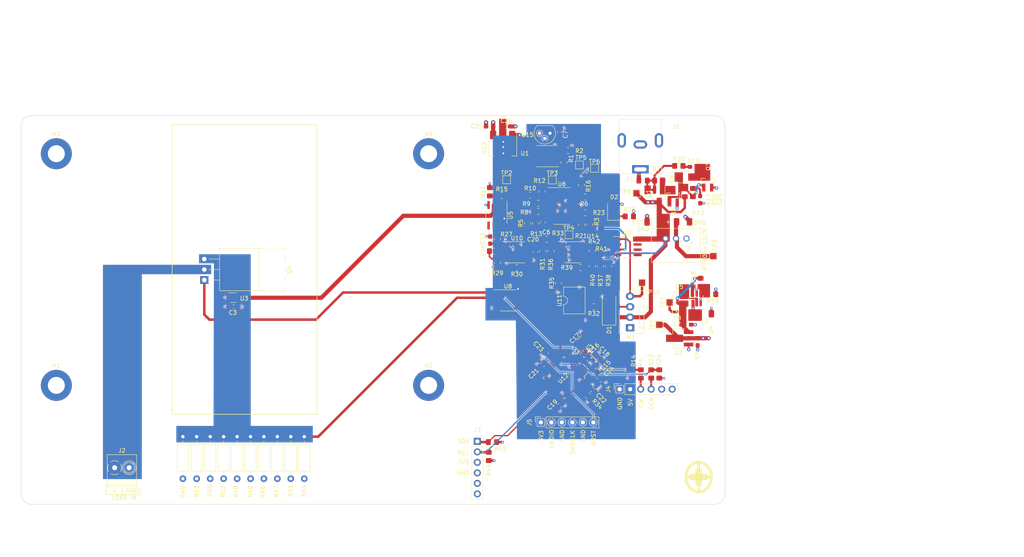
<source format=kicad_pcb>
(kicad_pcb (version 20211014) (generator pcbnew)
  (layers (0 "F.Cu" signal) (1 "In1.Cu" signal) (2 "In2.Cu" signal) (31 "B.Cu" signal) (34 "B.Paste" user) (35 "F.Paste" user) (36 "B.SilkS" user "B.Silkscreen") (37 "F.SilkS" user "F.Silkscreen") (38 "B.Mask" user) (39 "F.Mask" user) (44 "Edge.Cuts" user))
  (net 0 "")
  (net 1 "+12V")
  (net 2 "GND")
  (net 3 "+5V")
  (net 4 "/buttonCollector")
  (net 5 "/ambient")
  (net 6 "+3V3")
  (net 7 "/BST")
  (net 8 "/SW")
  (net 9 "/integrator")
  (net 10 "/integrator-")
  (net 11 "/buttonGate")
  (net 12 "Net-(C10-Pad1)")
  (net 13 "/buttonBase")
  (net 14 "-12V")
  (net 15 "/square-")
  (net 16 "+3.3VA")
  (net 17 "/triout")
  (net 18 "/tri-")
  (net 19 "/NRST")
  (net 20 "Net-(C24-Pad1)")
  (net 21 "Net-(F1-Pad1)")
  (net 22 "Net-(F1-Pad2)")
  (net 23 "/loadIN")
  (net 24 "/SDA")
  (net 25 "/SCL")
  (net 28 "/ROT_CW")
  (net 29 "/ROT_CCW")
  (net 32 "/SWDIO")
  (net 33 "/SWDCLK")
  (net 34 "/atempdivider")
  (net 36 "/summ-")
  (net 37 "/OSC_IN")
  (net 38 "Net-(M1-Pad3)")
  (net 39 "/FANPWM")
  (net 40 "/tribias")
  (net 41 "/aTempout")
  (net 42 "/linout")
  (net 45 "/error")
  (net 46 "/prop-")
  (net 47 "/error+")
  (net 48 "/TEMP")
  (net 49 "/error-")
  (net 50 "/tempdivider")
  (net 51 "/prop")
  (net 52 "/FB")
  (net 53 "/pidOUT")
  (net 55 "/squareout")
  (net 56 "/square+")
  (net 57 "Net-(R32-Pad2)")
  (net 58 "/trihalf-")
  (net 59 "Net-(R34-Pad1)")
  (net 60 "/TACH")
  (net 61 "/trihalfout")
  (net 62 "/tempout")
  (net 63 "/addtri+")
  (net 64 "/addtri-")
  (net 65 "/triwave")
  (net 75 "/DAC")
  (net 98 "/CURRENT")
  (net 106 "/CW")
  (net 107 "/CCW")
  (net 108 "VDC")
  (net 109 "/cathode")
  (footprint "Resistor_SMD:R_0805_2012Metric_Pad1.20x1.40mm_HandSolder" (layer "F.Cu") (at 148.8972 61.6044 90)
    (fp_text reference "R11")
    (fp_text value "10k")
  )
  (footprint "Capacitor_SMD:C_0603_1608Metric_Pad1.08x0.95mm_HandSolder" (layer "F.Cu") (at 165.7374 47.1065 -90)
    (fp_text reference "C7")
    (fp_text value "0.1u")
  )
  (footprint "Resistor_SMD:R_0805_2012Metric_Pad1.20x1.40mm_HandSolder" (layer "F.Cu") (at 159.9716 69.215 -90)
    (fp_text reference "R13")
    (fp_text value "8k")
  )
  (footprint "Capacitor_SMD:C_0603_1608Metric_Pad1.08x0.95mm_HandSolder" (layer "F.Cu") (at 175.302 107.1626 45)
    (fp_text reference "C14")
    (fp_text value "4.7u")
  )
  (footprint "Resistor_SMD:R_0805_2012Metric_Pad1.20x1.40mm_HandSolder" (layer "F.Cu") (at 194.5806 55.3466)
    (fp_text reference "R20")
    (fp_text value "1M")
  )
  (footprint "Resistor_THT:R_Axial_DIN0207_L6.3mm_D2.5mm_P10.16mm_Horizontal" (layer "F.Cu") (at 91.0512 120.8 -90)
    (fp_text reference "R49")
    (fp_text value "10")
  )
  (footprint "Resistor_SMD:R_0805_2012Metric_Pad1.20x1.40mm_HandSolder" (layer "F.Cu") (at 148.6414 125.5682 90)
    (fp_text reference "R44")
    (fp_text value "4.7k")
  )
  (footprint "TestPoint:TestPoint_Pad_1.5x1.5mm" (layer "F.Cu") (at 168.0234 72.009)
    (fp_text reference "TP4")
    (fp_text value "TestPoint_Probe")
  )
  (footprint "Connector_BarrelJack:BarrelJack_CUI_PJ-063AH_Horizontal" (layer "F.Cu") (at 185.2842 56.173 180)
    (fp_text reference "J1")
    (fp_text value "Power Input")
  )
  (footprint "Resistor_THT:R_Axial_DIN0207_L6.3mm_D2.5mm_P10.16mm_Horizontal" (layer "F.Cu") (at 104.0306 120.8 -90)
    (fp_text reference "R54")
    (fp_text value "10")
  )
  (footprint "Capacitor_SMD:C_0603_1608Metric_Pad1.08x0.95mm_HandSolder" (layer "F.Cu") (at 196.6976 93.726)
    (fp_text reference "C2")
    (fp_text value "10u")
  )
  (footprint "Resistor_SMD:R_0805_2012Metric_Pad1.20x1.40mm_HandSolder" (layer "F.Cu") (at 199.8472 83.5152 -90)
    (fp_text reference "R18")
    (fp_text value "52.3k")
  )
  (footprint "Inductor_SMD:L_1210_3225Metric" (layer "F.Cu") (at 171.5936 97.8154 -135)
    (fp_text reference "L2")
    (fp_text value "39n")
  )
  (footprint "Resistor_SMD:R_0805_2012Metric_Pad1.20x1.40mm_HandSolder" (layer "F.Cu") (at 150.726 78.8162 90)
    (fp_text reference "R29")
    (fp_text value "10k")
  )
  (footprint "Resistor_SMD:R_0805_2012Metric_Pad1.20x1.40mm_HandSolder" (layer "F.Cu") (at 167.744 51.6277)
    (fp_text reference "R2")
    (fp_text value "10k")
  )
  (footprint "Package_TO_SOT_SMD:TSOT-23-6" (layer "F.Cu") (at 198.9074 87.4776 90)
    (fp_text reference "U4")
    (fp_text value "AP62250WU-7")
  )
  (footprint "Resistor_SMD:R_0805_2012Metric_Pad1.20x1.40mm_HandSolder" (layer "F.Cu") (at 182.626 67.564)
    (fp_text reference "R25")
    (fp_text value "1k")
  )
  (footprint "Oscillator:Oscillator_SMD_ECS_2520MV-xxx-xx-4Pin_2.5x2.0mm" (layer "F.Cu") (at 173.6764 103.5304 -45)
    (fp_text reference "X1")
    (fp_text value "ECS-2520MV-160-CN-TR")
  )
  (footprint "Capacitor_SMD:C_0603_1608Metric_Pad1.08x0.95mm_HandSolder" (layer "F.Cu") (at 162.687 101.0158 -45)
    (fp_text reference "C23")
    (fp_text value "100n")
  )
  (footprint "Resistor_SMD:R_0805_2012Metric_Pad1.20x1.40mm_HandSolder" (layer "F.Cu") (at 173.6622 75.8444 90)
    (fp_text reference "R42")
    (fp_text value "1k")
  )
  (footprint "Resistor_SMD:R_0805_2012Metric_Pad1.20x1.40mm_HandSolder" (layer "F.Cu") (at 161.5116 61.5188 90)
    (fp_text reference "R12")
    (fp_text value "10k")
  )
  (footprint "Capacitor_SMD:C_0603_1608Metric_Pad1.08x0.95mm_HandSolder" (layer "F.Cu") (at 172.0762 102.0318 45)
    (fp_text reference "C16")
    (fp_text value "1u")
  )
  (footprint "Package_SO:SOIC-8_3.9x4.9mm_P1.27mm" (layer "F.Cu") (at 162.1306 52.9993 180)
    (fp_text reference "U1")
    (fp_text value "TL072")
  )
  (footprint "Resistor_SMD:R_0805_2012Metric_Pad1.20x1.40mm_HandSolder" (layer "F.Cu") (at 160.5994 64.377)
    (fp_text reference "R9")
    (fp_text value "10k")
  )
  (footprint "Capacitor_SMD:C_0603_1608Metric_Pad1.08x0.95mm_HandSolder" (layer "F.Cu") (at 161.7242 69.0118 90)
    (fp_text reference "C6")
    (fp_text value "1u")
  )
  (footprint "Resistor_SMD:R_0805_2012Metric_Pad1.20x1.40mm_HandSolder" (layer "F.Cu") (at 173.6622 79.6036 90)
    (fp_text reference "R40")
    (fp_text value "1k")
  )
  (footprint "MountingHole:MountingHole_4.3mm_M4_DIN965_Pad_TopBottom" (layer "F.Cu") (at 134.1 52.4)
    (fp_text reference "H4")
    (fp_text value "MountingHole")
  )
  (footprint "Resistor_SMD:R_0805_2012Metric_Pad1.20x1.40mm_HandSolder" (layer "F.Cu") (at 158.0158 69.215 90)
    (fp_text reference "R5")
    (fp_text value "10k")
  )
  (footprint "Capacitor_SMD:C_0603_1608Metric_Pad1.08x0.95mm_HandSolder" (layer "F.Cu") (at 161.6114 103.4034 45)
    (fp_text reference "C21")
    (fp_text value "100n")
  )
  (footprint "Resistor_SMD:R_0805_2012Metric_Pad1.20x1.40mm_HandSolder" (layer "F.Cu") (at 176.5324 76.7334 180)
    (fp_text reference "R41")
    (fp_text value "1k")
  )
  (footprint "Connector_PinSocket_2.54mm:PinSocket_1x06_P2.54mm_Vertical" (layer "F.Cu") (at 180.28 109.322 90)
    (fp_text reference "J4")
    (fp_text value "ENCODER")
  )
  (footprint "Fuse:Fuse_0805_2012Metric_Pad1.15x1.40mm_HandSolder" (layer "F.Cu") (at 185.9446 58.9026)
    (fp_text reference "F1")
    (fp_text value "Fuse")
  )
  (footprint "Capacitor_SMD:C_0603_1608Metric_Pad1.08x0.95mm_HandSolder" (layer "F.Cu") (at 196.6976 92.1766)
    (fp_text reference "C8")
    (fp_text value "22u")
  )
  (footprint "Capacitor_SMD:C_0603_1608Metric_Pad1.08x0.95mm_HandSolder" (layer "F.Cu") (at 148.9734 73.279 -90)
    (fp_text reference "C13")
    (fp_text value "0.01u")
  )
  (footprint "MountingHole:MountingHole_4.3mm_M4_DIN965_Pad_TopBottom" (layer "F.Cu") (at 44.1 52.4)
    (fp_text reference "H3")
    (fp_text value "MountingHole")
  )
  (footprint "Resistor_THT:R_Axial_DIN0207_L6.3mm_D2.5mm_P10.16mm_Horizontal" (layer "F.Cu") (at 78.021 120.8 -90)
    (fp_text reference "R53")
    (fp_text value "10")
  )
  (footprint "Capacitor_SMD:C_1206_3216Metric_Pad1.33x1.80mm_HandSolder" (layer "F.Cu") (at 195.6054 68.8594 180)
    (fp_text reference "C12")
    (fp_text value "10u")
  )
  (footprint "Resistor_SMD:R_0805_2012Metric_Pad1.20x1.40mm_HandSolder" (layer "F.Cu") (at 187.9004 105.6386 -90)
    (fp_text reference "R22")
    (fp_text value "1.7k")
  )
  (footprint "Resistor_SMD:R_0805_2012Metric_Pad1.20x1.40mm_HandSolder" (layer "F.Cu") (at 177.5738 79.6036 -90)
    (fp_text reference "R38")
    (fp_text value "10k")
  )
  (footprint "Connector_PinSocket_2.54mm:PinSocket_1x06_P2.54mm_Vertical" (layer "F.Cu") (at 161.23 117.3484 90)
    (fp_text reference "J5")
    (fp_text value "SWDEBUG")
  )
  (footprint "Resistor_SMD:R_0805_2012Metric_Pad1.20x1.40mm_HandSolder" (layer "F.Cu") (at 155.3996 79.9846 180)
    (fp_text reference "R30")
    (fp_text value "2.5k")
  )
  (footprint "Package_SO:SOIC-14_3.9x8.7mm_P1.27mm" (layer "F.Cu") (at 166.3216 65.024)
    (fp_text reference "U6")
    (fp_text value "TL074")
  )
  (footprint "Resistor_THT:R_Axial_DIN0207_L6.3mm_D2.5mm_P10.16mm_Horizontal" (layer "F.Cu") (at 94.277 120.8 -90)
    (fp_text reference "R46")
    (fp_text value "10")
  )
  (footprint "Resistor_SMD:R_0805_2012Metric_Pad1.20x1.40mm_HandSolder" (layer "F.Cu") (at 149.5304 122.1138 180)
    (fp_text reference "R43")
    (fp_text value "4.7k")
  )
  (footprint "Resistor_THT:R_Axial_DIN0207_L6.3mm_D2.5mm_P10.16mm_Horizontal" (layer "F.Cu") (at 84.5488 120.8 -90)
    (fp_text reference "R52")
    (fp_text value "10")
  )
  (footprint "Resistor_SMD:R_0805_2012Metric_Pad1.20x1.40mm_HandSolder" (layer "F.Cu") (at 172.605507 110.866907 -45)
    (fp_text reference "R34")
    (fp_text value "10k")
  )
  (footprint "Capacitor_SMD:C_0603_1608Metric_Pad1.08x0.95mm_HandSolder" (layer "F.Cu") (at 199.7368 63.5 -90)
    (fp_text reference "C24")
    (fp_text value "10n")
  )
  (footprint "Capacitor_SMD:C_0603_1608Metric_Pad1.08x0.95mm_HandSolder" (layer "F.Cu") (at 159.9462 76.1492 -90)
    (fp_text reference "C20")
    (fp_text value "10n")
  )
  (footprint "Resistor_SMD:R_0805_2012Metric_Pad1.20x1.40mm_HandSolder" (layer "F.Cu") (at 185.4112 105.6386 -90)
    (fp_text reference "R4")
    (fp_text value "1.7k")
  )
  (footprint "Resistor_THT:R_Axial_DIN0207_L6.3mm_D2.5mm_P10.16mm_Horizontal" (layer "F.Cu") (at 74.6936 120.8 -90)
    (fp_text reference "R45")
    (fp_text value "10")
  )
  (footprint "Package_TO_SOT_SMD:SOT-89-3_Handsoldering" (layer "F.Cu") (at 194.7926 97.028 180)
    (fp_text reference "U2")
    (fp_text value "AZ1117-3.3")
  )
  (footprint "Resistor_SMD:R_0805_2012Metric_Pad1.20x1.40mm_HandSolder" (layer "F.Cu") (at 165.5024 83.683 90)
    (fp_text reference "R35")
    (fp_text value "10k")
  )
  (footprint "MountingHole:MountingHole_4.3mm_M4_DIN965_Pad_TopBottom" (layer "F.Cu") (at 44.1 108.4)
    (fp_text reference "H1")
    (fp_text value "MountingHole")
  )
  (footprint "Capacitor_SMD:C_0603_1608Metric_Pad1.08x0.95mm_HandSolder" (layer "F.Cu") (at 152.8826 45.7962)
    (fp_text reference "C26")
    (fp_text value "22u")
  )
  (footprint "Package_TO_SOT_SMD:SOT-23_Handsoldering" (layer "F.Cu") (at 201.5744 59.0804 90)
    (fp_text reference "Q3")
    (fp_text value "Q_NPN_BEC")
  )
  (footprint "LOGO" (layer "F.Cu") (at 199.39 130.556)
    (fp_text reference "G***" hide)
    (fp_text value "LOGO" hide)
  )
  (footprint "TestPoint:TestPoint_Pad_1.5x1.5mm" (layer "F.Cu") (at 184.3278 61.9506)
    (fp_text reference "TP8")
    (fp_text value "TestPoint_Probe")
  )
  (footprint "Package_TO_SOT_SMD:SOT-353_SC-70-5" (layer "F.Cu") (at 86.9 87.2)
    (fp_text reference "U3")
    (fp_text value "MCP9700AT-ELT")
  )
  (footprint "Resistor_SMD:R_0805_2012Metric_Pad1.20x1.40mm_HandSolder" (layer "F.Cu") (at 160.6066 66.3448)
    (fp_text reference "R8")
    (fp_text value "10k")
  )
  (footprint "Capacitor_SMD:C_0603_1608Metric_Pad1.08x0.95mm_HandSolder" (layer "F.Cu") (at 171.1872 101.1428 45)
    (fp_text reference "C17")
    (fp_text value "10n")
  )
  (footprint "TestPoint:TestPoint_Pad_1.5x1.5mm" (layer "F.Cu") (at 174.2098 55.9308)
    (fp_text reference "TP6")
    (fp_text value "TestPoint_Probe")
  )
  (footprint "TestPoint:TestPoint_Pad_1.5x1.5mm" (layer "F.Cu") (at 202.946 77.1652)
    (fp_text reference "TP9")
    (fp_text value "TestPoint_Probe")
  )
  (footprint "Resistor_THT:R_Axial_DIN0207_L6.3mm_D2.5mm_P10.16mm_Horizontal" (layer "F.Cu") (at 81.2976 120.8 -90)
    (fp_text reference "R50")
    (fp_text value "10")
  )
  (footprint "Capacitor_SMD:C_0603_1608Metric_Pad1.08x0.95mm_HandSolder" (layer "F.Cu") (at 196.6976 90.6526)
    (fp_text reference "C9")
    (fp_text value "22u")
  )
  (footprint "Resistor_SMD:R_0805_2012Metric_Pad1.20x1.40mm_HandSolder" (layer "F.Cu") (at 161.6988 75.946 -90)
    (fp_text reference "R31")
    (fp_text value "100k")
  )
  (footprint "Package_TO_SOT_THT:TO-92" (layer "F.Cu") (at 163.4514 47.4577 180)
    (fp_text reference "U15")
    (fp_text value "MCP9700AT-ETT")
  )
  (footprint "Package_SO:SOIC-8_3.9x4.9mm_P1.27mm" (layer "F.Cu") (at 153.2802 87.8586)
    (fp_text reference "U8")
    (fp_text value "TL072")
  )
  (footprint "Resistor_SMD:R_0805_2012Metric_Pad1.20x1.40mm_HandSolder" (layer "F.Cu") (at 173.0272 69.5452 -90)
    (fp_text reference "R3")
    (fp_text value "10k")
  )
  (footprint "Resistor_SMD:R_0805_2012Metric_Pad1.20x1.40mm_HandSolder" (layer "F.Cu") (at 158.6414 62.4078)
    (fp_text reference "R10")
    (fp_text value "10k")
  )
  (footprint "MountingHole:MountingHole_4.3mm_M4_DIN965_Pad_TopBottom" (layer "F.Cu") (at 134.1 108.4)
    (fp_text reference "H2")
    (fp_text value "MountingHole")
  )
  (footprint "Resistor_SMD:R_0805_2012Metric_Pad1.20x1.40mm_HandSolder" (layer "F.Cu") (at 163.68 75.946 90)
    (fp_text reference "R36")
    (fp_text value "5k")
  )
  (footprint "TestPoint:TestPoint_Pad_1.5x1.5mm" (layer "F.Cu") (at 164.0102 58.7502)
    (fp_text reference "TP3")
    (fp_text value "TestPoint_Probe")
  )
  (footprint "Resistor_SMD:R_0805_2012Metric_Pad1.20x1.40mm_HandSolder" (layer "F.Cu") (at 150.726 73.0758 90)
    (fp_text reference "R27")
    (fp_text value "5k")
  )
  (footprint "TestPoint:TestPoint_Pad_1.5x1.5mm" (layer "F.Cu") (at 185.6906 83.566)
    (fp_text reference "TP10")
    (fp_text value "TestPoint_Probe")
  )
  (footprint "Capacitor_SMD:C_0603_1608Metric_Pad1.08x0.95mm_HandSolder" (layer "F.Cu") (at 199.136 97.8662 -90)
    (fp_text reference "C4")
    (fp_text value "22u")
  )
  (footprint "Resistor_SMD:R_0805_2012Metric_Pad1.20x1.40mm_HandSolder" (layer "F.Cu") (at 162.6132 73.0758)
    (fp_text reference "R33")
    (fp_text value "10k")
  )
  (footprint "Connector:FanPinHeader_1x04_P2.54mm_Vertical_NoRandomHole" (layer "F.Cu") (at 182.7998 94.478 90)
    (fp_text reference "M1")
    (fp_text value "Fan_4pin")
  )
  (footprint "Resistor_SMD:R_0805_2012Metric_Pad1.20x1.40mm_HandSolder" (layer "F.Cu") (at 171.0714 69.5452 90)
    (fp_text reference "R21")
    (fp_text value "10k")
  )
  (footprint "TestPoint:TestPoint_Pad_1.5x1.5mm" (layer "F.Cu") (at 170.5634 55.118)
    (fp_text reference "TP5")
    (fp_text value "Test")
  )
  (footprint "Resistor_SMD:R_0805_2012Metric_Pad1.20x1.40mm_HandSolder" (layer "F.Cu") (at 189.8562 105.6386 90)
    (fp_text reference "R24")
    (fp_text value "3.3k")
  )
  (footprint "Resistor_SMD:R_0805_2012Metric_Pad1.20x1.40mm_HandSolder" (layer "F.Cu") (at 170.792 79.9338)
    (fp_text reference "R39")
    (fp_text value "1k")
  )
  (footprint "Resistor_SMD:R_0805_2012Metric_Pad1.20x1.40mm_HandSolder" (layer "F.Cu") (at 202.5142 86.3854)
    (fp_text reference "R19")
    (fp_text value "10k")
  )
  (footprint "Package_SO:SOIC-8_3.9x4.9mm_P1.27mm" (layer "F.Cu") (at 155.4504 76.2254)
    (fp_text reference "U10")
    (fp_text value "TL072")
  )
  (footprint "Capacitor_SMD:C_0603_1608Metric_Pad1.08x0.95mm_HandSolder" (layer "F.Cu") (at 148.844 45.8216 180)
    (fp_text reference "C25")
    (fp_text value "10u")
  )
  (footprint "Resistor_SMD:R_0805_2012Metric_Pad1.20x1.40mm_HandSolder" (layer "F.Cu") (at 171.935 62.865 180)
    (fp_text reference "R6")
    (fp_text value "10k")
  )
  (footprint "Diode_SMD:D_1210_3225Metric_Pad1.42x2.65mm_HandSolder" (layer "F.Cu") (at 178.943 66.04 90)
    (fp_text reference "D2")
    (fp_text value "LED")
  )
  (footprint "Package_SO:SOIC-8_3.9x4.9mm_P1.27mm" (layer "F.Cu") (at 150.4974 67.2846 -90)
    (fp_text reference "U5")
    (fp_text value "TL072")
  )
  (footprint "Capacitor_SMD:C_0603_1608Metric_Pad1.08x0.95mm_HandSolder" (layer "F.Cu") (at 197.1802 84.5058 180)
    (fp_text reference "C5")
    (fp_text value "100n")
  )
  (footprint "Package_SO:SOIC-8_3.9x4.9mm_P1.27mm" (layer "F.Cu") (at 182.1458 74.9714)
    (fp_text reference "U9")
    (fp_text value "LM393")
  )
  (footprint "Button_Switch_SMD:SW_SPST_B3U-1000P" (layer "F.Cu") (at 195.8506 58.039)
    (fp_text reference "SW1")
    (fp_text value "SW_Push")
  )
  (footprint "Resistor_SMD:R_0805_2012Metric_Pad1.20x1.40mm_HandSolder" (layer "F.Cu") (at 166.855 54.4979 90)
    (fp_text reference "R1")
    (fp_text value "70k")
  )
  (footprint "Capacitor_SMD:C_0603_1608Metric_Pad1.08x0.95mm_HandSolder" (layer "F.Cu") (at 165.8024 113.284 -135)
    (fp_text reference "C19")
    (fp_text value "100n")
  )
  (footprint "Resistor_SMD:R_0805_2012Metric_Pad1.20x1.40mm_HandSolder" (layer "F.Cu") (at 196.0284 61.7982 90)
    (fp_text reference "R17")
    (fp_text value "100k")
  )
  (footprint "Resistor_SMD:R_0805_2012Metric_Pad1.20x1.40mm_HandSolder" (layer "F.Cu") (at 174.0368 89.398 180)
    (fp_text reference "R32")
    (fp_text value "2k")
  )
  (footprint "Package_QFP:LQFP-48_7x7mm_P0.5mm" (layer "F.Cu") (at 166.8692 106.553 -135)
    (fp_text reference "U12")
    (fp_text value "STM32L433CCTx")
  )
  (footprint "Package_SO:SOIC-8_3.9x4.9mm_P1.27mm" (layer "F.Cu") (at 168.9378 76.2254)
    (fp_text reference "U14")
    (fp_text value "TL072")
  )
  (footprint "Capacitor_SMD:C_0603_1608Metric_Pad1.08x0.95mm_HandSolder" (layer "F.Cu") (at 173.7018 109.474 -45)
    (fp_text reference "C22")
    (fp_text value "100n")
  )
  (footprint "Diode_SMD:D_SMA_Handsoldering" (layer "F.Cu") (at 177.715 89.4334 90)
    (fp_text reference "D1")
    (fp_text value "D_Schottky")
  )
  (footprint "Resistor_THT:R_Axial_DIN0207_L6.3mm_D2.5mm_P10.16mm_Horizontal" (layer "F.Cu") (at 100.7794 120.8 -90)
    (fp_text reference "R51")
    (fp_text value "10")
  )
  (footprint "Capacitor_SMD:C_0603_1608Metric_Pad1.08x0.95mm_HandSolder" (layer "F.Cu") (at 86.9254 89.4098)
    (fp_text reference "C3")
    (fp_text value "0.1u")
  )
  (footprint "Package_TO_SOT_SMD:SOT-223-3_TabPin2" (layer "F.Cu") (at 151.9936 51.0286 -90)
    (fp_text reference "U13")
    (fp_text value "AZ1117-5.0")
  )
  (footprint "Capacitor_SMD:C_1206_3216Metric_Pad1.33x1.80mm_HandSolder" (layer "F.Cu") (at 188.468 68.9102 180)
    (fp_text reference "C11")
    (fp_text value "10u")
  )
  (footprint "Capacitor_SMD:C_0603_1608Metric_Pad1.08x0.95mm_HandSolder" (layer "F.Cu") (at 174.2352 106.0704 45)
    (fp_text reference "C15")
    (fp_text value "100n")
  )
  (footprint "Connector_PinSocket_2.54mm:PinSocket_1x06_P2.54mm_Vertical" (layer "F.Cu") (at 145.8724 121.9356)
    (fp_text reference "J3")
    (fp_text value "OLED")
  )
  (footprint "Resistor_SMD:R_0805_2012Metric_Pad1.20x1.40mm_HandSolder" (layer "F.Cu") (at 183.4554 105.6386 90)
    (fp_text reference "R14")
    (fp_text value "3.3k")
  )
  (footprint "Package_DIP:SMDIP-4_W9.53mm" (layer "F.Cu") (at 169.3124 87.874 90)
    (fp_text reference "U11")
    (fp_text value "LTV-817S")
  )
  (footprint "Resistor_SMD:R_0805_2012Metric_Pad1.20x1.40mm_HandSolder" (layer "F.Cu") (at 171.9604 66.675 180)
    (fp_text reference "R23")
    (fp_text value "10k")
  )
  (footprint "Resistor_SMD:R_0805_2012Metric_Pad1.20x1.40mm_HandSolder" (layer "F.Cu") (at 149.8116 75.946)
    (fp_text reference "R28")
    (fp_text value "10k")
  )
  (footprint "Resistor_SMD:R_0805_2012Metric_Pad1.20x1.40mm_HandSolder" (layer "F.Cu") (at 171.046 59.9948 90)
    (fp_text reference "R16")
    (fp_text value "20k")
  )
  (footprint "Package_TO_SOT_THT:TO-220-3_Horizontal_TabUp" (layer "F.Cu") (at 79.87 82.94 90)
    (fp_text reference "Q4")
    (fp_text value "Q_NMOS_GDS")
  )
  (footprint "TestPoint:TestPoint_Pad_1.5x1.5mm" (layer "F.Cu") (at 152.95 58.6994)
    (fp_text reference "TP2")
    (fp_text value "Test")
  )
  (footprint "TestPoint:TestPoint_Pad_1.5x1.5mm" (layer "F.Cu") (at 192.3542 88.3412 90)
    (fp_text reference "TP7")
    (fp_text value "TestPoint_Probe")
  )
  (footprint "Resistor_SMD:R_0805_2012Metric_Pad1.20x1.40mm_HandSolder" (layer "F.Cu") (at 151.7674 62.4934 180)
    (fp_text reference "R15")
    (fp_text value "70k")
  )
  (footprint "Resistor_SMD:R_0805_2012Metric_Pad1.20x1.40mm_HandSolder" (layer "F.Cu") (at 189.7292 58.9026)
    (fp_text reference "R7")
    (fp_text value "100k")
  )
  (footprint "Resistor_SMD:R_0805_2012Metric_Pad1.20x1.40mm_HandSolder" (layer "F.Cu") (at 197.9842 61.7982 90)
    (fp_text reference "R55")
    (fp_text value "1k")
  )
  (footprint "P7805-Q24-S12-S:P78E12-1000" (layer "F.Cu") (at 191.36 72.898)
    (fp_text reference "U7")
    (fp_text value "P7805-12/N")
  )
  (footprint "Capacitor_SMD:C_0603_1608Metric_Pad1.08x0.95mm_HandSolder" (layer "F.Cu") (at 175.2258 101.6254 135)
    (fp_text reference "C18")
    (fp_text value "0.1u")
  )
  (footprint "Package_TO_SOT_SMD:SOT-23_Handsoldering" (layer "F.Cu") (at 189.653 62.6364 -90)
    (fp_text reference "Q1")
    (fp_text value "Q_PMOS_GSD")
  )
  (footprint "Package_TO_SOT_SMD:SOT-23_Handsoldering" (layer "F.Cu") (at 193.2432 62.6364 90)
    (fp_text reference "Q2")
    (fp_text value "Q_NPN_BEC")
  )
  (footprint "Resistor_THT:R_Axial_DIN0207_L6.3mm_D2.5mm_P10.16mm_Horizontal" (layer "F.Cu") (at 97.5282 120.8 -90)
    (fp_text reference "R47")
    (fp_text value "10")
  )
  (footprint "TerminalBlock_Phoenix:TerminalBlock_Phoenix_PT-1,5-2-3.5-H_1x02_P3.50mm_Horizontal" (layer "F.Cu") (at 58.194 128.3066)
    (fp_text reference "J2")
    (fp_text value "Conn_01x02")
  )
  (footprint "Inductor_SMD:L_1008_2520Metric_Pad1.43x2.20mm_HandSolder" (layer "F.Cu") (at 195.7832 87.4776 -90)
    (fp_text reference "L1")
    (fp_text value "2.2u")
  )
  (footprint "Capacitor_SMD:C_0603_1608Metric_Pad1.08x0.95mm_HandSolder" (layer "F.Cu") (at 198.1366 55.5752)
    (fp_text reference "C10")
    (fp_text value "1u")
  )
  (footprint "TestPoint:TestPoint_Pad_1.5x1.5mm" (layer "F.Cu") (at 189.8396 93.7514 90)
    (fp_text reference "TP1")
    (fp_text value "TestPoint_Probe")
  )
  (footprint "Resistor_SMD:R_0805_2012Metric_Pad1.20x1.40mm_HandSolder" (layer "F.Cu") (at 175.618 79.6036 90)
    (fp_text reference "R37")
    (fp_text value "10k")
  )
  (footprint "Capacitor_SMD:C_1206_3216Metric_Pad1.33x1.80mm_HandSolder" (layer "F.Cu") (at 200.8886 91.0844 180)
    (fp_text reference "C1")
    (fp_text value "10u")
  )
  (footprint "Resistor_THT:R_Axial_DIN0207_L6.3mm_D2.5mm_P10.16mm_Horizontal" (layer "F.Cu") (at 87.8 120.8 -90)
    (fp_text reference "R48")
    (fp_text value "10")
  )
  (gr_rect locked (start 72.1 45.4) (end 107.1 115.4) (layer "F.SilkS") (width 0.15) (fill none))
  (gr_arc (start 38.1 137.16) (mid 36.303949 136.416051) (end 35.56 134.62) (layer "Edge.Cuts") (width 0.1))
  (gr_line (start 38.1 137.16) (end 203.2 137.16) (layer "Edge.Cuts") (width 0.1))
  (gr_line (start 203.2 43.18) (end 38.1 43.18) (layer "Edge.Cuts") (width 0.1))
  (gr_line (start 205.74 134.62) (end 205.74 45.712651) (layer "Edge.Cuts") (width 0.1))
  (gr_arc (start 205.74 134.62) (mid 204.996051 136.416051) (end 203.2 137.16) (layer "Edge.Cuts") (width 0.1))
  (gr_line (start 35.56 45.72) (end 35.56 134.62) (layer "Edge.Cuts") (width 0.1))
  (gr_arc (start 35.56 45.72) (mid 36.303949 43.923949) (end 38.1 43.18) (layer "Edge.Cuts") (width 0.1))
  (gr_arc (start 203.2 43.18) (mid 204.995604 43.919196) (end 205.74 45.712651) (layer "Edge.Cuts") (width 0.1))
  (gr_text "|" (at 64.389 134.0104) (layer "F.SilkS") (effects (font (size 1 1))))
  (gr_text "GND" (at 199.644 69.088) (layer "F.SilkS") (effects (font (size 1 1))))
  (gr_text "+" (at 192.024 68.834) (layer "F.SilkS") (effects (font (size 1 1))))
  (gr_text "SDA" (at 142.494 121.92) (layer "F.SilkS") (effects (font (size 1 1))))
  (gr_text "+" (at 58.1914 133.8072) (layer "F.SilkS") (effects (font (size 1 1))))
  (gr_text "GND" (at 142.494 129.54) (layer "F.SilkS") (effects (font (size 1 1))))
  (gr_text "GND" (at 166.37 120.65 90) (layer "F.SilkS") (effects (font (size 1 1))))
  (gr_text "___________" (at 60.198 134.2644) (layer "F.SilkS") (effects (font (size 1 1))))
  (gr_text "CW" (at 185.42 112.776 90) (layer "F.SilkS") (effects (font (size 1 1))))
  (gr_text "|" (at 56.007 134.0104) (layer "F.SilkS") (effects (font (size 1 1))))
  (gr_text "|" (at 60.0456 133.9596) (layer "F.SilkS") (effects (font (size 1 1))))
  (gr_text "GND" (at 62.4078 133.8072) (layer "F.SilkS") (effects (font (size 1 1))))
  (gr_text "SCL" (at 142.494 124.714) (layer "F.SilkS") (effects (font (size 1 1))))
  (gr_text "3V3" (at 161.29 120.65 90) (layer "F.SilkS") (effects (font (size 1 1))))
  (gr_text "GND" (at 180.34 112.776 90) (layer "F.SilkS") (effects (font (size 1 1))))
  (gr_text "GND" (at 185.928 70.612) (layer "F.SilkS") (effects (font (size 1 1))))
  (gr_text "3V3" (at 142.494 127) (layer "F.SilkS") (effects (font (size 1 1))))
  (gr_text "NRST" (at 173.99 121.158 90) (layer "F.SilkS") (effects (font (size 1 1))))
  (gr_text "GND" (at 171.45 120.65 90) (layer "F.SilkS") (effects (font (size 1 1))))
  (gr_text "LOAD IN" (at 60.452 135.5852) (layer "F.SilkS") (effects (font (size 1 1))))
  (gr_text "CCW" (at 187.96 112.776 90) (layer "F.SilkS") (effects (font (size 1 1))))
  (gr_text "SWDIO" (at 163.83 121.412 90) (layer "F.SilkS") (effects (font (size 1 1))))
  (gr_text "SWDCLK" (at 168.91 122.174 90) (layer "F.SilkS") (effects (font (size 1 1))))
  (gr_text "5V" (at 182.88 112.522 90) (layer "F.SilkS") (effects (font (size 1 1))))
  (segment (start 199.8574 87.5386) (end 199.8472 87.5284) (width 0.5) (layer "F.Cu") (net 1))
  (segment (start 191.9884 66.4718) (end 189.653 64.1364) (width 0.6) (layer "F.Cu") (net 1))
  (segment (start 175.618 78.502) (end 176.4308 77.6892) (width 0.4) (layer "F.Cu") (net 1))
  (segment (start 187.1486 64.1364) (end 186.5136 64.1364) (width 1) (layer "F.Cu") (net 1))
  (segment (start 198.9074 86.3401) (end 198.9074 85.4456) (width 0.5) (layer "F.Cu") (net 1))
  (segment (start 186.5136 64.1364) (end 184.3278 61.9506) (width 1) (layer "F.Cu") (net 1))
  (segment (start 152.9754 78.7926) (end 152.9612 78.8068) (width 0.4) (layer "F.Cu") (net 1))
  (segment (start 182.7952 91.9334) (end 182.7998 91.938) (width 1) (layer "F.Cu") (net 1))
  (segment (start 202.4511 91.0844) (end 202.4511 89.7259) (width 0.5) (layer "F.Cu") (net 1))
  (segment (start 195.0466 66.4718) (end 191.9884 66.4718) (width 0.6) (layer "F.Cu") (net 1))
  (segment (start 188.2634 64.1364) (end 189.653 64.1364) (width 1) (layer "F.Cu") (net 1))
  (segment (start 149.7065 44.8067) (end 149.7076 44.8056) (width 1) (layer "F.Cu") (net 1))
  (segment (start 177.715 91.9334) (end 182.7952 91.9334) (width 1) (layer "F.Cu") (net 1))
  (segment (start 187.833 78.105) (end 191.36 74.578) (width 1) (layer "F.Cu") (net 1))
  (segment (start 149.7065 45.8216) (end 149.7065 44.8067) (width 1) (layer "F.Cu") (net 1))
  (segment (start 182.7998 91.938) (end 186.446 91.938) (width 1) (layer "F.Cu") (net 1))
  (segment (start 152.9754 78.1304) (end 152.9754 78.7926) (width 0.4) (layer "F.Cu") (net 1))
  (segment (start 196.0284 65.49) (end 195.0466 66.4718) (width 0.6) (layer "F.Cu") (net 1))
  (segment (start 198.9074 85.4456) (end 198.755 85.2932) (width 0.5) (layer "F.Cu") (net 1))
  (segment (start 165.354 65.024) (end 165.608 64.77) (width 0.5) (layer "F.Cu") (net 1))
  (segment (start 187.1486 64.1364) (end 188.2634 64.1364) (width 1) (layer "F.Cu") (net 1))
  (segment (start 149.6936 47.8786) (end 149.6936 45.9107) (width 1) (layer "F.Cu") (net 1))
  (segment (start 178.943 64.5525) (end 180.7575 64.5525) (width 0.5) (layer "F.Cu") (net 1))
  (segment (start 199.8574 88.6151) (end 199.8574 87.5386) (width 0.5) (layer "F.Cu") (net 1))
  (segment (start 166.4628 78.1304) (end 167.9632 78.1304) (width 0.4) (layer "F.Cu") (net 1))
  (segment (start 175.618 78.6036) (end 175.618 78.502) (width 0.4) (layer "F.Cu") (net 1))
  (segment (start 186.446 91.938) (end 187.833 90.551) (width 1) (layer "F.Cu") (net 1))
  (segment (start 191.36 74.578) (end 191.36 72.898) (width 1) (layer "F.Cu") (net 1))
  (segment (start 187.833 90.551) (end 187.833 78.105) (width 1) (layer "F.Cu") (net 1))
  (segment (start 180.7575 64.5525) (end 180.848 64.643) (width 0.5) (layer "F.Cu") (net 1))
  (segment (start 196.0284 62.7982) (end 196.0284 65.49) (width 0.6) (layer "F.Cu") (net 1))
  (segment (start 202.4511 89.7259) (end 202.438 89.7128) (width 0.5) (layer "F.Cu") (net 1))
  (segment (start 167.9632 78.1304) (end 167.9726 78.121) (width 0.4) (layer "F.Cu") (net 1))
  (segment (start 163.8466 65.024) (end 165.354 65.024) (width 0.5) (layer "F.Cu") (net 1))
  (via (at 198.755 85.2932) (size 0.6) (drill 0.3) (layers "F.Cu" "B.Cu") (net 1))
  (via (at 149.7076 44.8056) (size 0.8) (drill 0.4) (layers "F.Cu" "B.Cu") (net 1))
  (via (at 180.848 64.643) (size 0.8) (drill 0.4) (layers "F.Cu" "B.Cu") (net 1))
  (via (at 165.608 64.77) (size 0.8) (drill 0.4) (layers "F.Cu" "B.Cu") (net 1))
  (via (at 176.4308 77.6892) (size 0.6) (drill 0.3) (layers "F.Cu" "B.Cu") (net 1))
  (via (at 199.8472 87.5284) (size 0.6) (drill 0.3) (layers "F.Cu" "B.Cu") (net 1))
  (via (at 188.2634 64.1364) (size 0.8) (drill 0.4) (layers "F.Cu" "B.Cu") (net 1))
  (via (at 187.1486 64.1364) (size 0.8) (drill 0.4) (layers "F.Cu" "B.Cu") (net 1))
  (via (at 152.9612 78.8068) (size 0.6) (drill 0.3) (layers "F.Cu" "B.Cu") (net 1))
  (via (at 202.438 89.7128) (size 0.6) (drill 0.3) (layers "F.Cu" "B.Cu") (net 1))
  (via (at 167.9726 78.121) (size 0.6) (drill 0.3) (layers "F.Cu" "B.Cu") (net 1))
  (segment (start 189.23 76.454) (end 191.36 74.324) (width 0.4) (layer "B.Cu") (net 1))
  (segment (start 191.36 74.324) (end 191.36 72.898) (width 0.4) (layer "B.Cu") (net 1))
  (segment (start 176.4308 77.6892) (end 178.3428 77.6892) (width 0.4) (layer "B.Cu") (net 1))
  (segment (start 178.3428 77.6892) (end 179.578 76.454) (width 0.4) (layer "B.Cu") (net 1))
  (segment (start 179.578 76.454) (end 189.23 76.454) (width 0.4) (layer "B.Cu") (net 1))
  (segment (start 154.2936 47.8786) (end 156.0826 47.8786) (width 1) (layer "F.Cu") (net 2))
  (segment (start 173.2192 103.1494) (end 172.696779 103.671821) (width 0.3) (layer "F.Cu") (net 2))
  (segment (start 203.5824 60.5804) (end 203.708 60.706) (width 0.5) (layer "F.Cu") (net 2))
  (segment (start 200.6247 64.3625) (end 200.6258 64.3636) (width 0.5) (layer "F.Cu") (net 2))
  (segment (start 172.68608 101.42192) (end 172.68608 100.99012) (width 0.5) (layer "F.Cu") (net 2))
  (segment (start 199.136 99.7204) (end 199.1106 99.7458) (width 0.5) (layer "F.Cu") (net 2))
  (segment (start 162.07712 100.40592) (end 162.07712 100.40648) (width 0.3) (layer "F.Cu") (net 2))
  (segment (start 197.1679 68.8594) (end 197.1679 68.6693) (width 1) (layer "F.Cu") (net 2))
  (segment (start 162.22128 102.79352) (end 162.22128 102.78528) (width 0.3) (layer "F.Cu") (net 2))
  (segment (start 177.5324 76.7334) (end 177.5324 75.6732) (width 0.4) (layer "F.Cu") (net 2))
  (segment (start 199.136 98.7287) (end 199.136 99.7204) (width 0.5) (layer "F.Cu") (net 2))
  (segment (start 174.31168 110.08388) (end 174.31168 110.08332) (width 0.4) (layer "F.Cu") (net 2))
  (segment (start 148.8972 60.6044) (end 148.8972 59.6232) (width 0.4) (layer "F.Cu") (net 2))
  (segment (start 167.236 63.754) (end 168.7966 63.754) (width 0.3) (layer "F.Cu") (net 2))
  (segment locked (start 84.9536 87.2) (end 84.9282 87.1746) (width 0.4) (layer "F.Cu") (net 2))
  (segment (start 198.5518 93.726) (end 198.5772 93.7514) (width 0.5) (layer "F.Cu") (net 2))
  (segment (start 147.9208 64.8096) (end 147.8812 64.77) (width 0.4) (layer "F.Cu") (net 2))
  (segment (start 165.2548 66.2686) (end 165.2294 66.294) (width 0.3) (layer "F.Cu") (net 2))
  (segment (start 166.4628 76.8604) (end 167.8456 76.8604) (width 0.4) (layer "F.Cu") (net 2))
  (segment (start 175.3528 104.5464) (end 174.84508 105.05412) (width 0.4) (layer "F.Cu") (net 2))
  (segment (start 157.9254 78.1304) (end 159.4382 78.1304) (width 0.4) (layer "F.Cu") (net 2))
  (segment (start 194.1932 64.0348) (end 194.1932 65.5218) (width 0.5) (layer "F.Cu") (net 2))
  (segment (start 167.2614 66.294) (end 168.7966 66.294) (width 0.3) (layer "F.Cu") (net 2))
  (segment (start 196.9426 99.7114) (end 196.977 99.7458) (width 0.5) (layer "F.Cu") (net 2))
  (segment (start 174.31168 110.08332) (end 174.9464 109.4486) (width 0.4) (layer "F.Cu") (net 2))
  (segment (start 172.696779 103.671821) (end 172.509674 103.671821) (width 0.3) (layer "F.Cu") (net 2))
  (segment (start 196.9426 98.528) (end 196.9426 99.7114) (width 0.5) (layer "F.Cu") (net 2))
  (segment (start 179.6708 76.8764) (end 179.6708 77.548) (width 0.4) (layer "F.Cu") (net 2))
  (segment (start 148.9734 72.4165) (end 148.1617 72.4165) (width 0.4) (layer "F.Cu") (net 2))
  (segment (start 172.68608 100.99012) (end 173.3462 100.33) (width 0.5) (layer "F.Cu") (net 2))
  (segment (start 168.1138 103.9368) (end 168.42474 103.9368) (width 0.3) (layer "F.Cu") (net 2))
  (segment (start 199.7368 64.3625) (end 200.6247 64.3625) (width 0.5) (layer "F.Cu") (net 2))
  (segment locked (start 85.95 87.2) (end 84.9536 87.2) (width 0.4) (layer "F.Cu") (net 2))
  (segment (start 168.744 51.6277) (end 168.744 50.5007) (width 0.4) (layer "F.Cu") (net 2))
  (segment (start 183.626 67.564) (end 183.626 66.31) (width 0.5) (layer "F.Cu") (net 2))
  (segment (start 177.5738 78.6036) (end 178.777 78.6036) (width 0.4) (layer "F.Cu") (net 2))
  (segment (start 183.626 66.31) (end 183.642 66.294) (width 0.5) (layer "F.Cu") (net 2))
  (segment (start 176.9276 107.6452) (end 176.9276 107.56844) (width 0.4) (layer "F.Cu") (net 2))
  (segment (start 158.7016 66.3448) (end 158.6254 66.421) (width 0.4) (layer "F.Cu") (net 2))
  (segment (start 149.6686 79.8162) (end 149.6592 79.8068) (width 0.4) (layer "F.Cu") (net 2))
  (segment (start 166.7523 46.244) (end 166.7788 46.2175) (width 0.4) (layer "F.Cu") (net 2))
  (segment (start 197.5601 93.726) (end 198.5518 93.726) (width 0.5) (layer "F.Cu") (net 2))
  (segment (start 194.1932 65.5218) (end 194.1576 65.5574) (width 0.5) (layer "F.Cu") (net 2))
  (segment (start 149.4194 89.7636) (end 149.394 89.7382) (width 0.3) (layer "F.Cu") (net 2))
  (segment (start 148.1617 72.4165) (end 148.1098 72.3646) (width 0.4) (layer "F.Cu") (net 2))
  (segment (start 165.19252 113.89388) (end 165.19308 113.89388) (width 0.4) (layer "F.Cu") (net 2))
  (segment (start 162.07712 100.40648) (end 161.417 101.0666) (width 0.3) (layer "F.Cu") (net 2))
  (segment (start 165.7374 46.244) (end 166.7523 46.244) (width 0.4) (layer "F.Cu") (net 2))
  (segment (start 148.5924 64.8096) (end 147.9208 64.8096) (width 0.4) (layer "F.Cu") (net 2))
  (segment (start 150.8052 89.7636) (end 149.4194 89.7636) (width 0.3) (layer "F.Cu") (net 2))
  (segment (start 150.726 79.8162) (end 149.6686 79.8162) (width 0.4) (layer "F.Cu") (net 2))
  (segment (start 153.7451 45.7962) (end 155.1178 45.7962) (width 1) (layer "F.Cu") (net 2))
  (segment locked (start 85.0044 89.4098) (end 84.9536 89.359) (width 0.4) (layer "F.Cu") (net 2))
  (segment (start 171.79708 100.524137) (end 172.550694 99.770523) (width 0.5) (layer "F.Cu") (net 2))
  (segment (start 148.8972 59.6232) (end 148.8718 59.5978) (width 0.4) (layer "F.Cu") (net 2))
  (segment (start 168.42474 103.9368) (end 169.282202 103.079338) (width 0.3) (layer "F.Cu") (net 2))
  (segment (start 170.5824 92.639) (end 171.9184 92.639) (width 0.4) (layer "F.Cu") (net 2))
  (segment (start 177.5324 75.6732) (end 177.5484 75.6572) (width 0.4) (layer "F.Cu") (net 2))
  (segment (start 175.2512 100.4824) (end 175.14904 100.4824) (width 0.3) (layer "F.Cu") (net 2))
  (segment (start 171.9184 92.639) (end 171.9286 92.6492) (width 0.4) (layer "F.Cu") (net 2))
  (segment (start 179.6708 77.548) (end 179.6566 77.5622) (width 0.4) (layer "F.Cu") (net 2))
  (segment (start 165.516858 111.087322) (end 165.516858 111.080342) (width 0.3) (layer "F.Cu") (net 2))
  (segment (start 173.312614 111.574014) (end 173.303586 111.574014) (width 0.4) (layer "F.Cu") (net 2))
  (segment (start 174.84508 105.05412) (end 174.84508 105.46052) (width 0.4) (layer "F.Cu") (net 2))
  (segment (start 165.516858 111.080342) (end 166.3104 110.2868) (width 0.3) (layer "F.Cu") (net 2))
  (segment (start 197.1679 68.6693) (end 196.1388 67.6402) (width 1) (layer "F.Cu") (net 2))
  (segment (start 162.341858 105.200658) (end 163.2116 106.0704) (width 0.3) (layer "F.Cu") (net 2))
  (segment (start 167.236 66.2686) (end 167.2614 66.294) (width 0.3) (layer "F.Cu") (net 2))
  (segment (start 170.5824 83.109) (end 170.5824 84.572) (width 0.4) (layer "F.Cu") (net 2))
  (segment (start 159.6066 66.3448) (end 158.7016 66.3448) (width 0.4) (layer "F.Cu") (net 2))
  (segment (start 189.8562 106.6386) (end 190.9578 106.6386) (width 0.3) (layer "F.Cu") (net 2))
  (segment (start 162.334878 105.200658) (end 162.341858 105.200658) (width 0.3) (layer "F.Cu") (net 2))
  (segment (start 173.303586 111.574014) (end 172.4826 112.395) (width 0.4) (layer "F.Cu") (net 2))
  (segment (start 203.5142 86.3854) (end 203.5142 85.1756) (width 0.5) (layer "F.Cu") (net 2))
  (segment (start 165.2294 66.294) (end 163.8466 66.294) (width 0.3) (layer "F.Cu") (net 2))
  (segment (start 176.1204 86.9334) (end 176.1196 86.9342) (width 0.4) (layer "F.Cu") (net 2))
  (segment (start 147.9815 44.8321) (end 147.9804 44.831) (width 1) (layer "F.Cu") (net 2))
  (segment (start 171.396542 107.905342) (end 170.603 107.1118) (width 0.3) (layer "F.Cu") (net 2))
  (segment (start 176.9276 107.56844) (end 175.91188 106.55272) (width 0.4) (layer "F.Cu") (net 2))
  (segment (start 171.403522 107.905342) (end 171.396542 107.905342) (width 0.3) (layer "F.Cu") (net 2))
  (segment (start 186.9055 67.4755) (end 186.9186 67.4624) (width 1) (layer "F.Cu") (net 2))
  (segment (start 164.6056 51.0943) (end 164.6056 50.2703) (width 0.4) (layer "F.Cu") (net 2))
  (segment (start 202.5244 60.5804) (end 203.5824 60.5804) (width 0.5) (layer "F.Cu") (net 2))
  (segment (start 178.777 78.6036) (end 178.793 78.5876) (width 0.4) (layer "F.Cu") (net 2))
  (segment (start 182.2456 106.6386) (end 182.2362 106.6292) (width 0.3) (layer "F.Cu") (net 2))
  (segment (start 203.5142 85.1756) (end 203.5048 85.1662) (width 0.5) (layer "F.Cu") (net 2))
  (segment (start 162.22128 102.78528) (end 161.544 102.108) (width 0.3) (layer "F.Cu") (net 2))
  (segment (start 164.6056 50.2703) (end 164.6198 50.2561) (width 0.4) (layer "F.Cu") (net 2))
  (segment (start 147.9815 45.8216) (end 147.9815 44.8321) (width 1) (layer "F.Cu") (net 2))
  (segment locked (start 86.0629 89.4098) (end 85.0044 89.4098) (width 0.4) (layer "F.Cu") (net 2))
  (segment (start 186.9055 68.9102) (end 186.9055 67.4755) (width 1) (layer "F.Cu") (net 2))
  (segment (start 190.9578 106.6386) (end 190.9992 106.68) (width 0.3) (layer "F.Cu") (net 2))
  (segment (start 177.715 86.9334) (end 176.1204 86.9334) (width 0.4) (layer "F.Cu") (net 2))
  (segment (start 168.744 50.5007) (end 168.76 50.4847) (width 0.4) (layer "F.Cu") (net 2))
  (segment (start 159.4382 78.1304) (end 159.4636 78.1558) (width 0.4) (layer "F.Cu") (net 2))
  (segment (start 156.0826 47.8786) (end 156.083 47.879) (width 1) (layer "F.Cu") (net 2))
  (segment (start 183.4554 106.6386) (end 182.2456 106.6386) (width 0.3) (layer "F.Cu") (net 2))
  (segment (start 175.14904 100.4824) (end 174.61592 101.01552) (width 0.3) (layer "F.Cu") (net 2))
  (segment (start 165.19308 113.89388) (end 165.8786 114.5794) (width 0.4) (layer "F.Cu") (net 2))
  (segment (start 171.79708 100.53292) (end 171.79708 100.524137) (width 0.5) (layer "F.Cu") (net 2))
  (via (at 172.550694 99.770523) (size 0.6) (drill 0.3) (layers "F.Cu" "B.Cu") (net 2))
  (via (at 164.6198 50.2561) (size 0.6) (drill 0.3) (layers "F.Cu" "B.Cu") (net 2))
  (via (at 190.9992 106.68) (size 0.6) (drill 0.3) (layers "F.Cu" "B.Cu") (net 2))
  (via (at 177.5484 75.6572) (size 0.6) (drill 0.3) (layers "F.Cu" "B.Cu") (net 2))
  (via (at 148.8718 59.5978) (size 0.6) (drill 0.3) (layers "F.Cu" "B.Cu") (net 2))
  (via (at 166.3104 110.2868) (size 0.6) (drill 0.3) (layers "F.Cu" "B.Cu") (net 2))
  (via (at 173.3462 100.33) (size 0.6) (drill 0.3) (layers "F.Cu" "B.Cu") (net 2))
  (via (at 168.76 50.4847) (size 0.6) (drill 0.3) (layers "F.Cu" "B.Cu") (net 2))
  (via (at 175.2512 100.4824) (size 0.6) (drill 0.3) (layers "F.Cu" "B.Cu") (net 2))
  (via (at 149.6592 79.8068) (size 0.6) (drill 0.3) (layers "F.Cu" "B.Cu") (net 2))
  (via (at 203.708 60.706) (size 0.8) (drill 0.4) (layers "F.Cu" "B.Cu") (net 2))
  (via (at 170.5824 84.572) (size 0.6) (drill 0.3) (layers "F.Cu" "B.Cu") (net 2))
  (via (at 165.8786 114.5794) (size 0.6) (drill 0.3) (layers "F.Cu" "B.Cu") (net 2))
  (via (at 173.2192 103.1494) (size 0.6) (drill 0.3) (layers "F.Cu" "B.Cu") (net 2))
  (via (at 147.8812 64.77) (size 0.6) (drill 0.3) (layers "F.Cu" "B.Cu") (net 2))
  (via (at 196.977 99.7458) (size 0.8) (drill 0.4) (layers "F.Cu" "B.Cu") (net 2))
  (via (at 163.2116 106.0704) (size 0.6) (drill 0.3) (layers "F.Cu" "B.Cu") (net 2))
  (via (at 198.5772 93.7514) (size 0.8) (drill 0.4) (layers "F.Cu" "B.Cu") (net 2))
  (via (at 197.993 89.7382) (size 0.6) (drill 0.3) (layers "F.Cu" "B.Cu") (net 2))
  (via (at 165.2548 66.2686) (size 0.6) (drill 0.3) (layers "F.Cu" "B.Cu") (net 2))
  (via (at 156.083 47.879) (size 0.8) (drill 0.4) (layers "F.Cu" "B.Cu") (net 2))
  (via (at 183.642 66.294) (size 0.8) (drill 0.4) (layers "F.Cu" "B.Cu") (net 2))
  (via (at 178.793 78.5876) (size 0.6) (drill 0.3) (layers "F.Cu" "B.Cu") (net 2))
  (via (at 158.6254 66.421) (size 0.6) (drill 0.3) (layers "F.Cu" "B.Cu") (net 2))
  (via (at 161.417 101.0666) (size 0.6) (drill 0.3) (layers "F.Cu" "B.Cu") (net 2))
  (via (at 182.2362 106.6292) (size 0.6) (drill 0.3) (layers "F.Cu" "B.Cu") (net 2))
  (via (at 148.1098 72.3646) (size 0.6) (drill 0.3) (layers "F.Cu" "B.Cu") (net 2))
  (via (at 196.1388 67.6402) (size 0.8) (drill 0.4) (layers "F.Cu" "B.Cu") (net 2))
  (via (at 199.1106 99.7458) (size 0.8) (drill 0.4) (layers "F.Cu" "B.Cu") (net 2))
  (via (at 161.544 102.108) (size 0.6) (drill 0.3) (layers "F.Cu" "B.Cu") (net 2))
  (via (at 203.5048 85.1662) (size 0.8) (drill 0.4) (layers "F.Cu" "B.Cu") (net 2))
  (via (at 167.236 66.2686) (size 0.6) (drill 0.3) (layers "F.Cu" "B.Cu") (net 2))
  (via (at 200.6258 64.3636) (size 0.6) (drill 0.3) (layers "F.Cu" "B.Cu") (net 2))
  (via (at 175.3528 104.5464) (size 0.6) (drill 0.3) (layers "F.Cu" "B.Cu") (net 2))
  (via (at 149.394 89.7382) (size 0.6) (drill 0.3) (layers "F.Cu" "B.Cu") (net 2))
  (via (at 168.1138 103.9368) (size 0.6) (drill 0.3) (layers "F.Cu" "B.Cu") (net 2))
  (via (at 147.9804 44.831) (size 0.8) (drill 0.4) (layers "F.Cu" "B.Cu") (net 2))
  (via (at 167.8456 76.8604) (size 0.6) (drill 0.3) (layers "F.Cu" "B.Cu") (net 2))
  (via (at 155.1178 45.7962) (size 0.8) (drill 0.4) (layers "F.Cu" "B.Cu") (net 2))
  (via (at 172.4826 112.395) (size 0.6) (drill 0.3) (layers "F.Cu" "B.Cu") (net 2))
  (via locked (at 84.9536 89.359) (size 0.6) (drill 0.3) (layers "F.Cu" "B.Cu") (net 2))
  (via (at 176.1196 86.9342) (size 0.6) (drill 0.3) (layers "F.Cu" "B.Cu") (net 2))
  (via locked (at 84.9282 87.1746) (size 0.6) (drill 0.3) (layers "F.Cu" "B.Cu") (net 2))
  (via (at 194.1576 65.5574) (size 0.8) (drill 0.4) (layers "F.Cu" "B.Cu") (net 2))
  (via (at 176.9276 107.6452) (size 0.6) (drill 0.3) (layers "F.Cu" "B.Cu") (net 2))
  (via (at 167.236 63.754) (size 0.6) (drill 0.3) (layers "F.Cu" "B.Cu") (net 2))
  (via (at 179.6566 77.5622) (size 0.6) (drill 0.3) (layers "F.Cu" "B.Cu") (net 2))
  (via (at 166.7788 46.2175) (size 0.6) (drill 0.3) (layers "F.Cu" "B.Cu") (net 2))
  (via (at 171.9286 92.6492) (size 0.6) (drill 0.3) (layers "F.Cu" "B.Cu") (net 2))
  (via (at 170.603 107.1118) (size 0.6) (drill 0.3) (layers "F.Cu" "B.Cu") (net 2))
  (via (at 174.9464 109.4486) (size 0.6) (drill 0.3) (layers "F.Cu" "B.Cu") (net 2))
  (via (at 186.9186 67.4624) (size 0.8) (drill 0.4) (layers "F.Cu" "B.Cu") (net 2))
  (via (at 159.4636 78.1558) (size 0.6) (drill 0.3) (layers "F.Cu" "B.Cu") (net 2))
  (segment (start 159.6556 54.9043) (end 152.7193 54.9043) (width 0.5) (layer "F.Cu") (net 3))
  (segment (start 152.4024 69.7596) (end 152.4024 68.0744) (width 0.5) (layer "F.Cu") (net 3))
  (segment (start 155.7552 85.9536) (end 155.7552 85.1432) (width 0.4) (layer "F.Cu") (net 3))
  (segment (start 152.7193 54.9043) (end 151.9936 54.1786) (width 0.5) (layer "F.Cu") (net 3))
  (segment (start 152.4024 68.0744) (end 152.4 68.072) (width 0.5) (layer "F.Cu") (net 3))
  (segment (start 155.7552 85.1432) (end 155.702 85.09) (width 0.4) (layer "F.Cu") (net 3))
  (segment (start 88.9 89.408) (end 88.8982 89.4098) (width 0.4) (layer "F.Cu") (net 3))
  (segment (start 88.8982 89.4098) (end 87.7879 89.4098) (width 0.4) (layer "F.Cu") (net 3))
  (segment (start 163.9627 47.969) (end 163.4514 47.4577) (width 0.4) (layer "F.Cu") (net 3))
  (segment (start 165.7374 47.969) (end 163.9627 47.969) (width 0.4) (layer "F.Cu") (net 3))
  (segment locked (start 87.7879 87.9121) (end 87.85 87.85) (width 0.4) (layer "F.Cu") (net 3))
  (segment locked (start 87.7879 89.4098) (end 87.7879 87.9121) (width 0.4) (layer "F.Cu") (net 3))
  (via (at 152.146 52.324) (size 0.8) (drill 0.4) (layers "F.Cu" "B.Cu") (net 3))
  (via (at 155.702 85.09) (size 0.8) (drill 0.4) (layers "F.Cu" "B.Cu") (net 3))
  (via (at 152.146 50.8) (size 0.8) (drill 0.4) (layers "F.Cu" "B.Cu") (net 3))
  (via (at 152.4 68.072) (size 0.8) (drill 0.4) (layers "F.Cu" "B.Cu") (net 3))
  (via (at 152.146 49.53) (size 0.8) (drill 0.4) (layers "F.Cu" "B.Cu") (net 3))
  (via (at 88.9 89.408) (size 0.8) (drill 0.4) (layers "F.Cu" "B.Cu") (net 3))
  (segment (start 155.0694 61.976) (end 155.0694 57.15) (width 0.4) (layer "F.Cu") (net 5))
  (segment (start 164.6056 54.9043) (end 166.2614 54.9043) (width 0.4) (layer "F.Cu") (net 5))
  (segment (start 163.4514 56.388) (end 164.6056 55.2338) (width 0.4) (layer "F.Cu") (net 5))
  (segment (start 155.5012 62.4078) (end 155.0694 61.976) (width 0.4) (layer "F.Cu") (net 5))
  (segment (start 166.2614 54.9043) (end 166.855 55.4979) (width 0.4) (layer "F.Cu") (net 5))
  (segment (start 164.6056 55.2338) (end 164.6056 54.9043) (width 0.4) (layer "F.Cu") (net 5))
  (segment (start 155.0694 57.15) (end 155.8314 56.388) (width 0.4) (layer "F.Cu") (net 5))
  (segment (start 170.1835 55.4979) (end 170.5634 55.118) (width 0.4) (layer "F.Cu") (net 5))
  (segment (start 157.6414 62.4078) (end 155.5012 62.4078) (width 0.4) (layer "F.Cu") (net 5))
  (segment (start 155.8314 56.388) (end 163.4514 56.388) (width 0.4) (layer "F.Cu") (net 5))
  (segment (start 166.855 55.4979) (end 170.1835 55.4979) (width 0.4) (layer "F.Cu") (net 5))
  (segment (start 173.62532 106.70568) (end 173.62532 106.68028) (width 0.4) (layer "F.Cu") (net 6))
  (segment (start 161.00152 104.01328) (end 161.00152 103.91112) (width 0.4) (layer "F.Cu") (net 6))
  (segment (start 165.870412 111.440876) (end 165.870412 112.132252) (width 0.4) (layer "F.Cu") (net 6))
  (segment (start 199.136 97.0037) (end 200.4557 97.0037) (width 1) (layer "F.Cu") (net 6))
  (segment (start 191.3128 93.7514) (end 189.8396 93.7514) (width 1) (layer "F.Cu") (net 6))
  (segment (start 165.870412 112.132252) (end 166.41228 112.67412) (width 0.4) (layer "F.Cu") (net 6))
  (segment (start 170.8658 95.4786) (end 170.900824 95.4786) (width 0.6) (layer "F.Cu") (net 6))
  (segment (start 174.69212 107.82272) (end 174.69212 107.77248) (width 0.4) (layer "F.Cu") (net 6))
  (segment (start 166.41228 112.67412) (end 166.41228 112.67468) (width 0.4) (layer "F.Cu") (net 6))
  (segment (start 161.00152 104.574408) (end 161.00152 104.01328) (width 0.4) (layer "F.Cu") (net 6))
  (segment (start 194.5894 97.028) (end 191.3128 93.7514) (width 1) (layer "F.Cu") (net 6))
  (segment (start 176.4704 101.6762) (end 175.91132 102.23528) (width 0.3) (layer "F.Cu") (net 6))
  (segment (start 199.136 97.0037) (end 196.8794 97.0037) (width 1) (layer "F.Cu") (net 6))
  (segment (start 170.900824 95.4786) (end 172.415612 96.993388) (width 0.6) (layer "F.Cu") (net 6))
  (segment (start 148.6414 126.5682) (end 149.9274 126.5682) (width 0.6) (layer "F.Cu") (net 6))
  (segment (start 200.4557 97.0037) (end 201.8019 97.0037) (width 1) (layer "F.Cu") (net 6))
  (segment (start 149.9274 126.5682) (end 149.9368 126.5588) (width 0.6) (layer "F.Cu") (net 6))
  (segment (start 196.8794 97.0037) (end 196.8551 97.028) (width 1) (layer "F.Cu") (net 6))
  (segment (start 165.5024 85.7036) (end 165.354 85.852) (width 0.4) (layer "F.Cu") (net 6))
  (segment (start 172.883144 106.68028) (end 171.757076 105.554212) (width 0.4) (layer "F.Cu") (net 6))
  (segment (start 161.00152 103.91112) (end 160.3414 103.251) (width 0.4) (layer "F.Cu") (net 6))
  (segment (start 161.981324 105.554212) (end 161.00152 104.574408) (width 0.4) (layer "F.Cu") (net 6))
  (segment (start 171.779588 107.551788) (end 173.09192 108.86412) (width 0.4) (layer "F.Cu") (net 6))
  (segment (start 174.69212 107.77248) (end 173.62532 106.70568) (width 0.4) (layer "F.Cu") (net 6))
  (segment (start 173.09192 108.86412) (end 173.09248 108.86412) (width 0.4) (layer "F.Cu") (net 6))
  (segment (start 175.556 108.6866) (end 174.69212 107.82272) (width 0.4) (layer "F.Cu") (net 6))
  (segment (start 196.8551 97.028) (end 194.5894 97.028) (width 1) (layer "F.Cu") (net 6))
  (segment (start 173.62532 106.68028) (end 172.883144 106.68028) (width 0.4) (layer "F.Cu") (net 6))
  (segment (start 174.843126 103.227834) (end 175.83568 102.23528) (width 0.3) (layer "F.Cu") (net 6))
  (segment (start 175.91132 102.23528) (end 175.83568 102.23528) (width 0.3) (layer "F.Cu") (net 6))
  (segment (start 173.09248 108.86412) (end 173.7018 108.2548) (width 0.4) (layer "F.Cu") (net 6))
  (segment (start 151.95 122.1138) (end 151.9594 122.1232) (width 0.6) (layer "F.Cu") (net 6))
  (segment (start 165.5024 84.683) (end 165.5024 85.7036) (width 0.4) (layer "F.Cu") (net 6))
  (segment (start 174.843126 103.388979) (end 174.843126 103.227834) (width 0.3) (layer "F.Cu") (net 6))
  (segment (start 166.41228 112.67468) (end 167.047 113.3094) (width 0.4) (layer "F.Cu") (net 6))
  (segment (start 150.5304 122.1138) (end 151.95 122.1138) (width 0.6) (layer "F.Cu") (net 6))
  (segment (start 171.757076 107.551788) (end 171.779588 107.551788) (width 0.4) (layer "F.Cu") (net 6))
  (via (at 149.9368 126.5588) (size 0.6) (drill 0.3) (layers "F.Cu" "B.Cu") (net 6))
  (via (at 165.354 85.852) (size 0.8) (drill 0.4) (layers "F.Cu" "B.Cu") (net 6))
  (via (at 201.8019 97.0037) (size 0.8) (drill 0.4) (layers "F.Cu" "B.Cu") (net 6))
  (via (at 176.4704 101.6762) (size 0.6) (drill 0.3) (layers "F.Cu" "B.Cu") (net 6))
  (via (at 170.8658 95.4786) (size 0.8) (drill 0.4) (layers "F.Cu" "B.Cu") (net 6))
  (via (at 151.9594 122.1232) (size 0.6) (drill 0.3) (layers "F.Cu" "B.Cu") (net 6))
  (via (at 200.4557 97.0037) (size 0.8) (drill 0.4) (layers "F.Cu" "B.Cu") (net 6))
  (via (at 173.7018 108.2548) (size 0.6) (drill 0.3) (layers "F.Cu" "B.Cu") (net 6))
  (via (at 175.556 108.6866) (size 0.6) (drill 0.3) (layers "F.Cu" "B.Cu") (net 6))
  (via (at 160.3414 103.251) (size 0.6) (drill 0.3) (layers "F.Cu" "B.Cu") (net 6))
  (via (at 167.047 113.3094) (size 0.6) (drill 0.3) (layers "F.Cu" "B.Cu") (net 6))
  (segment (start 168.0234 70.5866) (end 168.0234 72.009) (width 0.4) (layer "F.Cu") (net 9))
  (segment (start 163.8466 68.834) (end 163.8466 69.4802) (width 0.4) (layer "F.Cu") (net 9))
  (segment (start 168.0648 70.5452) (end 168.0234 70.5866) (width 0.4) (layer "F.Cu") (net 9))
  (segment (start 163.4525 69.8743) (end 161.7242 69.8743) (width 0.4) (layer "F.Cu") (net 9))
  (segment (start 163.8466 69.4802) (end 163.4525 69.8743) (width 0.4) (layer "F.Cu") (net 9))
  (segment (start 165.2548 68.9864) (end 165.2548 70.1548) (width 0.4) (layer "F.Cu") (net 9))
  (segment (start 165.2548 70.1548) (end 165.6452 70.5452) (width 0.4) (layer "F.Cu") (net 9))
  (segment (start 163.8466 68.834) (end 165.1024 68.834) (width 0.4) (layer "F.Cu") (net 9))
  (segment (start 165.6452 70.5452) (end 168.0648 70.5452) (width 0.4) (layer "F.Cu") (net 9))
  (segment (start 168.0648 70.5452) (end 171.0714 70.5452) (width 0.4) (layer "F.Cu") (net 9))
  (segment (start 159.9716 70.215) (end 161.3835 70.215) (width 0.4) (layer "F.Cu") (net 9))
  (segment (start 161.3835 70.215) (end 161.7242 69.8743) (width 0.4) (layer "F.Cu") (net 9))
  (segment (start 165.1024 68.834) (end 165.2548 68.9864) (width 0.4) (layer "F.Cu") (net 9))
  (segment (start 162.2287 68.1493) (end 162.814 67.564) (width 0.4) (layer "F.Cu") (net 10))
  (segment (start 159.9716 68.215) (end 161.6585 68.215) (width 0.4) (layer "F.Cu") (net 10))
  (segment (start 162.814 67.564) (end 163.8466 67.564) (width 0.4) (layer "F.Cu") (net 10))
  (segment (start 158.0158 68.215) (end 159.9716 68.215) (width 0.4) (layer "F.Cu") (net 10))
  (segment (start 161.6585 68.215) (end 161.7242 68.1493) (width 0.4) (layer "F.Cu") (net 10))
  (segment (start 161.7242 68.1493) (end 162.2287 68.1493) (width 0.4) (layer "F.Cu") (net 10))
  (segment (start 190.7292 58.9026) (end 190.7292 61.0102) (width 0.5) (layer "F.Cu") (net 11))
  (segment (start 190.603 61.1364) (end 193.1416 61.1364) (width 0.5) (layer "F.Cu") (net 11))
  (segment (start 193.1416 61.1364) (end 193.2432 61.0348) (width 0.5) (layer "F.Cu") (net 11))
  (segment (start 190.7292 61.0102) (end 190.603 61.1364) (width 0.5) (layer "F.Cu") (net 11))
  (segment (start 197.2741 55.5752) (end 195.8092 55.5752) (width 0.5) (layer "F.Cu") (net 12))
  (segment (start 195.8092 55.5752) (end 195.5806 55.3466) (width 0.5) (layer "F.Cu") (net 12))
  (segment (start 199.39 59.944) (end 199.988 59.944) (width 0.5) (layer "F.Cu") (net 13))
  (segment (start 197.9842 62.7982) (end 197.9842 62.754) (width 0.5) (layer "F.Cu") (net 13))
  (segment (start 197.9842 62.6364) (end 198.8224 61.7982) (width 0.5) (layer "F.Cu") (net 13))
  (segment (start 197.9842 62.7982) (end 197.9842 62.6364) (width 0.5) (layer "F.Cu") (net 13))
  (segment (start 197.9842 62.754) (end 196.0284 60.7982) (width 0.5) (layer "F.Cu") (net 13))
  (segment (start 192.423 64.1364) (end 192.4216 64.135) (width 0.5) (layer "F.Cu") (net 13))
  (segment (start 199.988 59.944) (end 200.6244 60.5804) (width 0.5) (layer "F.Cu") (net 13))
  (via (at 199.39 59.944) (size 0.8) (drill 0.4) (layers "F.Cu" "B.Cu") (net 13))
  (via (at 198.8224 61.7982) (size 0.6) (drill 0.3) (layers "F.Cu" "B.Cu") (net 13))
  (segment (start 198.8224 61.7982) (end 198.8224 60.5116) (width 0.5) (layer "B.Cu") (net 13))
  (segment (start 198.8224 60.5116) (end 199.39 59.944) (width 0.5) (layer "B.Cu") (net 13))
  (segment (start 198.8224 61.7982) (end 198.8478 61.7982) (width 0.5) (layer "B.Cu") (net 13))
  (segment (start 194.0429 68.8594) (end 193.904 68.9983) (width 1) (layer "F.Cu") (net 14))
  (segment (start 171.4128 74.3204) (end 171.4128 73.614) (width 0.4) (layer "F.Cu") (net 14))
  (segment (start 156.5266 74.3204) (end 156.5172 74.311) (width 0.4) (layer "F.Cu") (net 14))
  (segment (start 170.815 64.77) (end 170.561 65.024) (width 0.5) (layer "F.Cu") (net 14))
  (segment (start 171.4128 73.614) (end 171.427 73.5998) (width 0.4) (layer "F.Cu") (net 14))
  (segment (start 157.9254 74.3204) (end 156.5266 74.3204) (width 0.4) (layer "F.Cu") (net 14))
  (segment (start 193.904 72.894) (end 193.9 72.898) (width 1) (layer "F.Cu") (net 14))
  (segment (start 193.9 72.898) (end 194.1322 73.1302) (width 1) (layer "F.Cu") (net 14))
  (segment (start 194.1322 75.0062) (end 196.2912 77.1652) (width 1) (layer "F.Cu") (net 14))
  (segment (start 196.2912 77.1652) (end 202.946 77.1652) (width 1) (layer "F.Cu") (net 14))
  (segment (start 194.1322 73.1302) (end 194.1322 75.0062) (width 1) (layer "F.Cu") (net 14))
  (segment (start 170.561 65.024) (end 168.7966 65.024) (width 0.5) (layer "F.Cu") (net 14))
  (segment (start 193.904 68.9983) (end 193.904 72.894) (width 1) (layer "F.Cu") (net 14))
  (via (at 170.815 64.77) (size 0.8) (drill 0.4) (layers "F.Cu" "B.Cu") (net 14))
  (via (at 171.427 73.5998) (size 0.6) (drill 0.3) (layers "F.Cu" "B.Cu") (net 14))
  (via (at 156.5172 74.311) (size 0.6) (drill 0.3) (layers "F.Cu" "B.Cu") (net 14))
  (segment (start 150.6603 74.1415) (end 150.726 74.0758) (width 0.4) (layer "F.Cu") (net 15))
  (segment (start 151.6244 73.1774) (end 150.726 74.0758) (width 0.4) (layer "F.Cu") (net 15))
  (segment (start 154.282 75.5904) (end 154.3836 75.4888) (width 0.4) (layer "F.Cu") (net 15))
  (segment (start 152.9754 75.5904) (end 154.282 75.5904) (width 0.4) (layer "F.Cu") (net 15))
  (segment (start 148.9734 74.1415) (end 150.6603 74.1415) (width 0.4) (layer "F.Cu") (net 15))
  (segment (start 152.5294 73.1774) (end 151.6244 73.1774) (width 0.4) (layer "F.Cu") (net 15))
  (via (at 154.3836 75.4888) (size 0.6) (drill 0.3) (layers "F.Cu" "B.Cu") (net 15))
  (via (at 152.5294 73.1774) (size 0.6) (drill 0.3) (layers "F.Cu" "B.Cu") (net 15))
  (segment (start 154.3836 75.0316) (end 154.3836 75.4888) (width 0.4) (layer "B.Cu") (net 15))
  (segment (start 152.5294 73.1774) (end 154.3836 75.0316) (width 0.4) (layer "B.Cu") (net 15))
  (segment (start 169.901754 101.75268) (end 170.57732 101.75268) (width 0.3) (layer "F.Cu") (net 16))
  (segment (start 170.57732 101.75268) (end 171.46632 102.64168) (width 0.3) (layer "F.Cu") (net 16))
  (segment (start 170.771588 101.558412) (end 170.57732 101.75268) (width 0.3) (layer "F.Cu") (net 16))
  (segment (start 170.771588 98.637412) (end 170.771588 101.558412) (width 0.3) (layer "F.Cu") (net 16))
  (segment (start 168.928649 102.725785) (end 169.901754 101.75268) (width 0.3) (layer "F.Cu") (net 16))
  (segment (start 161.6375 75.2867) (end 161.8766 75.0476) (width 0.4) (layer "F.Cu") (net 17))
  (segment (start 159.9462 75.2867) (end 161.3581 75.2867) (width 0.4) (layer "F.Cu") (net 17))
  (segment (start 161.6988 73.1614) (end 161.6132 73.0758) (width 0.4) (layer "F.Cu") (net 17))
  (segment (start 157.9254 75.5904) (end 159.6425 75.5904) (width 0.4) (layer "F.Cu") (net 17))
  (segment (start 161.3581 75.2867) (end 161.6988 74.946) (width 0.4) (layer "F.Cu") (net 17))
  (segment (start 159.6425 75.5904) (end 159.9462 75.2867) (width 0.4) (layer "F.Cu") (net 17))
  (segment (start 161.6988 74.946) (end 161.6988 73.1614) (width 0.4) (layer "F.Cu") (net 17))
  (segment (start 155.7552 77.47) (end 156.3648 76.8604) (width 0.4) (layer "F.Cu") (net 18))
  (segment (start 159.9462 77.0117) (end 161.6331 77.0117) (width 0.4) (layer "F.Cu") (net 18))
  (segment (start 156.3996 79.7146) (end 155.7552 79.0702) (width 0.4) (layer "F.Cu") (net 18))
  (segment (start 156.3648 76.8604) (end 157.9254 76.8604) (width 0.4) (layer "F.Cu") (net 18))
  (segment (start 159.7949 76.8604) (end 159.9462 77.0117) (width 0.4) (layer "F.Cu") (net 18))
  (segment (start 156.3996 79.9846) (end 156.3996 79.7146) (width 0.4) (layer "F.Cu") (net 18))
  (segment (start 157.9254 76.8604) (end 159.7949 76.8604) (width 0.4) (layer "F.Cu") (net 18))
  (segment (start 155.7552 79.0702) (end 155.7552 77.47) (width 0.4) (layer "F.Cu") (net 18))
  (segment (start 168.783 105.2322) (end 168.783 104.2836) (width 0.3) (layer "F.Cu") (net 19))
  (segment (start 162.8648 101.1936) (end 163.29688 101.62568) (width 0.3) (layer "F.Cu") (net 19))
  (segment (start 169.633709 103.432891) (end 169.635755 103.432891) (width 0.3) (layer "F.Cu") (net 19))
  (segment (start 162.1536 101.6254) (end 162.5854 101.1936) (width 0.3) (layer "F.Cu") (net 19))
  (segment (start 168.783 104.2836) (end 169.633709 103.432891) (width 0.3) (layer "F.Cu") (net 19))
  (segment (start 162.5854 101.1936) (end 162.8648 101.1936) (width 0.3) (layer "F.Cu") (net 19))
  (via (at 168.783 105.2322) (size 0.6) (drill 0.3) (layers "F.Cu" "B.Cu") (net 19))
  (via (at 162.1536 101.6254) (size 0.6) (drill 0.3) (layers "F.Cu" "B.Cu") (net 19))
  (segment (start 168.7742 105.241) (end 168.7742 110.1598) (width 0.3) (layer "B.Cu") (net 19))
  (segment (start 166.243 105.2322) (end 165.7604 105.2322) (width 0.3) (layer "B.Cu") (net 19))
  (segment (start 168.783 105.2322) (end 168.7742 105.241) (width 0.3) (layer "B.Cu") (net 19))
  (segment (start 173.93 115.3156) (end 173.93 117.3484) (width 0.3) (layer "B.Cu") (net 19))
  (segment (start 168.783 105.2322) (end 166.243 105.2322) (width 0.3) (layer "B.Cu") (net 19))
  (segment (start 168.7742 110.1598) (end 173.93 115.3156) (width 0.3) (layer "B.Cu") (net 19))
  (segment (start 165.7604 105.2322) (end 162.1536 101.6254) (width 0.3) (layer "B.Cu") (net 19))
  (segment (start 199.7368 61.087) (end 199.7368 62.6375) (width 0.5) (layer "F.Cu") (net 20))
  (segment (start 199.448 60.7982) (end 199.7368 61.087) (width 0.5) (layer "F.Cu") (net 20))
  (segment (start 197.9842 60.7982) (end 199.448 60.7982) (width 0.5) (layer "F.Cu") (net 20))
  (segment (start 185.2842 56.173) (end 184.9286 56.5286) (width 1) (layer "F.Cu") (net 21))
  (segment (start 184.9286 58.8936) (end 184.9196 58.9026) (width 1) (layer "F.Cu") (net 21))
  (segment (start 184.9286 56.5286) (end 184.9286 58.8936) (width 1) (layer "F.Cu") (net 21))
  (segment (start 188.7292 57.6166) (end 188.7292 58.9026) (width 0.5) (layer "F.Cu") (net 22))
  (segment (start 190.9992 55.3466) (end 188.7292 57.6166) (width 0.5) (layer "F.Cu") (net 22))
  (segment (start 193.5806 55.3466) (end 190.9992 55.3466) (width 0.5) (layer "F.Cu") (net 22))
  (segment (start 164.102645 109.673109) (end 153.237154 120.5386) (width 0.3) (layer "F.Cu") (net 24))
  (segment (start 150.0958 120.5484) (end 148.5304 122.1138) (width 0.3) (layer "F.Cu") (net 24))
  (segment (start 153.2294 120.546354) (end 153.2294 120.5484) (width 0.3) (layer "F.Cu") (net 24))
  (segment (start 146.0506 122.1138) (end 145.8724 121.9356) (width 0.6) (layer "F.Cu") (net 24))
  (segment (start 148.5558 122.1138) (end 146.0506 122.1138) (width 0.6) (layer "F.Cu") (net 24))
  (segment (start 153.2294 120.5484) (end 150.0958 120.5484) (width 0.3) (layer "F.Cu") (net 24))
  (segment (start 162.908846 110.1598) (end 162.4242 110.1598) (width 0.3) (layer "F.Cu") (net 25))
  (segment (start 148.7938 124.5682) (end 145.965 124.5682) (width 0.6) (layer "F.Cu") (net 25))
  (segment (start 145.965 124.5682) (end 145.8724 124.4756) (width 0.6) (layer "F.Cu") (net 25))
  (segment (start 163.749091 109.319555) (end 162.908846 110.1598) (width 0.3) (layer "F.Cu") (net 25))
  (via (at 162.4242 110.1598) (size 0.6) (drill 0.3) (layers "F.Cu" "B.Cu") (net 25))
  (segment (start 162.4242 110.1598) (end 162.3988 110.1598) (width 0.3) (layer "B.Cu") (net 25))
  (segment (start 162.3988 110.1598) (end 148.083 124.4756) (width 0.3) (layer "B.Cu") (net 25))
  (segment (start 148.083 124.4756) (end 145.8724 124.4756) (width 0.3) (layer "B.Cu") (net 25))
  (segment (start 168.221542 102.018678) (end 169.1552 101.08502) (width 0.3) (layer "F.Cu") (net 28))
  (segment (start 181.6266 104.6226) (end 183.4394 104.6226) (width 0.3) (layer "F.Cu") (net 28))
  (segment (start 183.4394 104.6226) (end 183.4554 104.6386) (width 0.3) (layer "F.Cu") (net 28))
  (segment (start 169.1552 101.08502) (end 169.1552 100.711) (width 0.3) (layer "F.Cu") (net 28))
  (segment (start 185.4112 104.6386) (end 183.4554 104.6386) (width 0.5) (layer "F.Cu") (net 28))
  (via (at 181.6266 104.6226) (size 0.6) (drill 0.3) (layers "F.Cu" "B.Cu") (net 28))
  (via (at 169.1552 100.711) (size 0.6) (drill 0.3) (layers "F.Cu" "B.Cu") (net 28))
  (segment (start 172.2794 100.2792) (end 176.6228 104.6226) (width 0.3) (layer "B.Cu") (net 28))
  (segment (start 176.6228 104.6226) (end 181.6266 104.6226) (width 0.3) (layer "B.Cu") (net 28))
  (segment (start 169.587 100.2792) (end 172.2794 100.2792) (width 0.3) (layer "B.Cu") (net 28))
  (segment (start 169.1552 100.711) (end 169.587 100.2792) (width 0.3) (layer "B.Cu") (net 28))
  (segment (start 186.8496 105.6894) (end 187.9004 104.6386) (width 0.3) (layer "F.Cu") (net 29))
  (segment (start 165.177631 102.372231) (end 166.1072 103.3018) (width 0.3) (layer "F.Cu") (net 29))
  (segment (start 186.6304 105.6894) (end 186.8496 105.6894) (width 0.3) (layer "F.Cu") (net 29))
  (segment (start 189.8562 104.6386) (end 187.9004 104.6386) (width 0.5) (layer "F.Cu") (net 29))
  (segment (start 165.163305 102.372231) (end 165.177631 102.372231) (width 0.3) (layer "F.Cu") (net 29))
  (via (at 166.1072 103.3018) (size 0.6) (drill 0.3) (layers "F.Cu" "B.Cu") (net 29))
  (via (at 186.6304 105.6894) (size 0.6) (drill 0.3) (layers "F.Cu" "B.Cu") (net 29))
  (segment (start 171.0856 103.3018) (end 171.1618 103.3018) (width 0.3) (layer "B.Cu") (net 29))
  (segment (start 171.0348 103.3018) (end 171.0856 103.3018) (width 0.3) (layer "B.Cu") (net 29))
  (segment (start 166.1072 103.3018) (end 167.4026 103.3018) (width 0.3) (layer "B.Cu") (net 29))
  (segment (start 167.4026 103.3018) (end 171.0348 103.3018) (width 0.3) (layer "B.Cu") (net 29))
  (segment (start 173.4732 105.6132) (end 173.5494 105.6894) (width 0.3) (layer "B.Cu") (net 29))
  (segment (start 173.5494 105.6894) (end 186.6304 105.6894) (width 0.3) (layer "B.Cu") (net 29))
  (segment (start 171.1618 103.3018) (end 173.4732 105.6132) (width 0.3) (layer "B.Cu") (net 29))
  (segment (start 163.77 112.127074) (end 163.77 117.3484) (width 0.3) (layer "F.Cu") (net 32))
  (segment (start 165.163305 110.733769) (end 163.77 112.127074) (width 0.3) (layer "F.Cu") (net 32))
  (segment (start 167.870876 111.440876) (end 168.85 112.42) (width 0.3) (layer "F.Cu") (net 33))
  (segment (start 167.867988 111.440876) (end 167.870876 111.440876) (width 0.3) (layer "F.Cu") (net 33))
  (segment (start 168.85 112.42) (end 168.85 117.3484) (width 0.3) (layer "F.Cu") (net 33))
  (segment (start 166.744 51.6277) (end 166.744 53.3869) (width 0.4) (layer "F.Cu") (net 34))
  (segment (start 166.744 53.3869) (end 166.855 53.4979) (width 0.4) (layer "F.Cu") (net 34))
  (segment (start 166.7186 53.6343) (end 166.855 53.4979) (width 0.4) (layer "F.Cu") (net 34))
  (segment (start 164.6056 53.6343) (end 166.7186 53.6343) (width 0.4) (layer "F.Cu") (net 34))
  (segment (start 171.0714 68.5452) (end 173.0272 68.5452) (width 0.4) (layer "F.Cu") (net 36))
  (segment (start 170.0714 67.564) (end 170.9604 66.675) (width 0.4) (layer "F.Cu") (net 36))
  (segment (start 171.0714 66.786) (end 170.9604 66.675) (width 0.4) (layer "F.Cu") (net 36))
  (segment (start 168.7966 67.564) (end 170.0714 67.564) (width 0.4) (layer "F.Cu") (net 36))
  (segment (start 171.0714 68.5452) (end 171.0714 66.786) (width 0.4) (layer "F.Cu") (net 36))
  (segment (start 171.303938 103.62054) (end 172.380524 104.697126) (width 0.3) (layer "F.Cu") (net 37))
  (segment (start 170.86232 103.62054) (end 171.303938 103.62054) (width 0.3) (layer "F.Cu") (net 37))
  (segment (start 172.380524 104.697126) (end 173.534979 104.697126) (width 0.3) (layer "F.Cu") (net 37))
  (segment (start 170.342862 104.139998) (end 170.86232 103.62054) (width 0.3) (layer "F.Cu") (net 37))
  (segment (start 182.7998 89.398) (end 175.0368 89.398) (width 0.4) (layer "F.Cu") (net 38))
  (segment (start 185.1926 86.858) (end 182.7998 86.858) (width 0.6) (layer "F.Cu") (net 39))
  (segment (start 182.0744 73.0664) (end 182.7998 73.7918) (width 0.4) (layer "F.Cu") (net 39))
  (segment (start 185.6906 83.566) (end 185.6906 86.36) (width 0.6) (layer "F.Cu") (net 39))
  (segment (start 179.6708 73.0664) (end 182.0744 73.0664) (width 0.4) (layer "F.Cu") (net 39))
  (segment (start 185.6906 86.36) (end 185.1926 86.858) (width 0.6) (layer "F.Cu") (net 39))
  (segment (start 182.7998 73.7918) (end 182.7998 86.858) (width 0.4) (layer "F.Cu") (net 39))
  (segment (start 177.5738 80.6036) (end 175.618 80.6036) (width 0.4) (layer "F.Cu") (net 40))
  (segment (start 175.618 80.6036) (end 173.6622 80.6036) (width 0.4) (layer "F.Cu") (net 40))
  (segment (start 162.1814 48.7277) (end 162.1814 51.8563) (width 0.4) (layer "F.Cu") (net 41))
  (segment (start 162.6894 52.3643) (end 164.6056 52.3643) (width 0.4) (layer "F.Cu") (net 41))
  (segment (start 162.1814 51.8563) (end 162.6894 52.3643) (width 0.4) (layer "F.Cu") (net 41))
  (segment (start 106.8578 92.5068) (end 81.1022 92.5068) (width 0.6) (layer "F.Cu") (net 42))
  (segment (start 150.8052 85.9536) (end 113.411 85.9536) (width 0.6) (layer "F.Cu") (net 42))
  (segment (start 113.411 85.9536) (end 106.8578 92.5068) (width 0.6) (layer "F.Cu") (net 42))
  (segment (start 81.1022 92.5068) (end 79.87 91.2746) (width 0.6) (layer "F.Cu") (net 42))
  (segment (start 79.87 91.2746) (end 79.87 82.94) (width 0.6) (layer "F.Cu") (net 42))
  (segment (start 172.951 62.881) (end 172.935 62.865) (width 0.4) (layer "F.Cu") (net 45))
  (segment (start 170.935 62.865) (end 170.935 61.1058) (width 0.4) (layer "F.Cu") (net 46))
  (segment (start 170.935 61.1058) (end 171.046 60.9948) (width 0.4) (layer "F.Cu") (net 46))
  (segment (start 170.554 62.484) (end 170.935 62.865) (width 0.4) (layer "F.Cu") (net 46))
  (segment (start 168.7966 62.484) (end 170.554 62.484) (width 0.4) (layer "F.Cu") (net 46))
  (segment (start 162.1656 64.377) (end 162.7886 63.754) (width 0.4) (layer "F.Cu") (net 47))
  (segment (start 161.5994 64.377) (end 162.1656 64.377) (width 0.4) (layer "F.Cu") (net 47))
  (segment (start 161.6066 64.3842) (end 161.5994 64.377) (width 0.4) (layer "F.Cu") (net 47))
  (segment (start 161.6066 66.3448) (end 161.6066 64.3842) (width 0.4) (layer "F.Cu") (net 47))
  (segment (start 162.7886 63.754) (end 163.8466 63.754) (width 0.4) (layer "F.Cu") (net 47))
  (segment (start 153.6818 62.4934) (end 152.7674 62.4934) (width 0.4) (layer "F.Cu") (net 48))
  (segment (start 159.5994 64.377) (end 155.5654 64.377) (width 0.4) (layer "F.Cu") (net 48))
  (segment (start 155.5654 64.377) (end 153.6818 62.4934) (width 0.4) (layer "F.Cu") (net 48))
  (segment (start 152.7674 58.882) (end 152.95 58.6994) (width 0.4) (layer "F.Cu") (net 48))
  (segment (start 152.7674 62.4934) (end 152.7674 58.882) (width 0.4) (layer "F.Cu") (net 48))
  (segment (start 152.4024 64.8096) (end 152.4024 62.8584) (width 0.4) (layer "F.Cu") (net 48))
  (segment (start 152.4024 62.8584) (end 152.7674 62.4934) (width 0.4) (layer "F.Cu") (net 48))
  (segment (start 159.6414 62.4078) (end 161.4006 62.4078) (width 0.4) (layer "F.Cu") (net 49))
  (segment (start 163.8466 62.484) (end 161.632 62.484) (width 0.4) (layer "F.Cu") (net 49))
  (segment (start 161.4006 62.4078) (end 161.5116 62.5188) (width 0.4) (layer "F.Cu") (net 49))
  (segment (start 161.5464 62.484) (end 161.5116 62.5188) (width 0.4) (layer "F.Cu") (net 49))
  (segment (start 148.8972 62.6044) (end 150.6564 62.6044) (width 0.4) (layer "F.Cu") (net 50))
  (segment (start 151.1324 62.8584) (end 150.7674 62.4934) (width 0.4) (layer "F.Cu") (net 50))
  (segment (start 150.6564 62.6044) (end 150.7674 62.4934) (width 0.4) (layer "F.Cu") (net 50))
  (segment (start 151.1324 64.8096) (end 151.1324 62.8584) (width 0.4) (layer "F.Cu") (net 50))
  (segment (start 173.9304 56.2102) (end 174.2098 55.9308) (width 0.4) (layer "F.Cu") (net 51))
  (segment (start 168.7966 59.3994) (end 169.2012 58.9948) (width 0.4) (layer "F.Cu") (net 51))
  (segment (start 172.635 56.2102) (end 173.9304 56.2102) (width 0.4) (layer "F.Cu") (net 51))
  (segment (start 174.4148 58.9948) (end 175.3132 59.8932) (width 0.4) (layer "F.Cu") (net 51))
  (segment (start 171.046 57.847) (end 171.0348 57.8358) (width 0.4) (layer "F.Cu") (net 51))
  (segment (start 169.2012 58.9948) (end 171.046 58.9948) (width 0.4) (layer "F.Cu") (net 51))
  (segment (start 175.3132 59.8932) (end 175.3132 65.8114) (width 0.4) (layer "F.Cu") (net 51))
  (segment (start 171.046 58.9948) (end 174.4148 58.9948) (width 0.4) (layer "F.Cu") (net 51))
  (segment (start 168.7966 61.214) (end 168.7966 59.3994) (width 0.4) (layer "F.Cu") (net 51))
  (segment (start 174.4496 66.675) (end 172.9604 66.675) (width 0.4) (layer "F.Cu") (net 51))
  (segment (start 175.3132 65.8114) (end 174.4496 66.675) (width 0.4) (layer "F.Cu") (net 51))
  (segment (start 171.046 58.9948) (end 171.046 57.847) (width 0.4) (layer "F.Cu") (net 51))
  (via (at 172.635 56.2102) (size 0.6) (drill 0.3) (layers "F.Cu" "B.Cu") (net 51))
  (via (at 171.0348 57.8358) (size 0.6) (drill 0.3) (layers "F.Cu" "B.Cu") (net 51))
  (segment (start 171.0348 57.8358) (end 171.0348 57.8104) (width 0.4) (layer "B.Cu") (net 51))
  (segment (start 171.0348 57.8104) (end 172.635 56.2102) (width 0.4) (layer "B.Cu") (net 51))
  (segment (start 173.1382 70.4342) (end 173.0272 70.5452) (width 0.4) (layer "F.Cu") (net 53))
  (segment (start 174.856 70.4342) (end 173.1382 70.4342) (width 0.4) (layer "F.Cu") (net 53))
  (segment (start 169.4824 69.5198) (end 172.0018 69.5198) (width 0.4) (layer "F.Cu") (net 53))
  (segment (start 179.7376 75.5396) (end 179.6708 75.6064) (width 0.4) (layer "F.Cu") (net 53))
  (segment (start 172.0018 69.5198) (end 173.0272 70.5452) (width 0.4) (layer "F.Cu") (net 53))
  (segment (start 168.7966 68.834) (end 169.4824 69.5198) (width 0.4) (layer "F.Cu") (net 53))
  (segment (start 181.5108 75.5396) (end 179.7376 75.5396) (width 0.4) (layer "F.Cu") (net 53))
  (via (at 174.856 70.4342) (size 0.6) (drill 0.3) (layers "F.Cu" "B.Cu") (net 53))
  (via (at 181.5108 75.5396) (size 0.6) (drill 0.3) (layers "F.Cu" "B.Cu") (net 53))
  (segment (start 180.063 70.4342) (end 181.7394 72.1106) (width 0.4) (layer "B.Cu") (net 53))
  (segment (start 181.7394 75.311) (end 181.5108 75.5396) (width 0.4) (layer "B.Cu") (net 53))
  (segment (start 174.856 70.4342) (end 180.063 70.4342) (width 0.4) (layer "B.Cu") (net 53))
  (segment (start 181.7394 72.1106) (end 181.7394 75.311) (width 0.4) (layer "B.Cu") (net 53))
  (segment (start 153.3676 73.9282) (end 152.9754 74.3204) (width 0.4) (layer "F.Cu") (net 55))
  (segment (start 155.010111 74.667511) (end 155.010111 79.374089) (width 0.4) (layer "F.Cu") (net 55))
  (segment (start 154.663 74.3204) (end 155.010111 74.667511) (width 0.4) (layer "F.Cu") (net 55))
  (segment (start 152.9754 74.3204) (end 154.663 74.3204) (width 0.4) (layer "F.Cu") (net 55))
  (segment (start 150.8116 75.946) (end 152.4372 74.3204) (width 0.4) (layer "F.Cu") (net 55))
  (segment (start 150.726 72.0758) (end 152.647 72.0758) (width 0.4) (layer "F.Cu") (net 55))
  (segment (start 153.3676 72.7964) (end 153.3676 73.9282) (width 0.4) (layer "F.Cu") (net 55))
  (segment (start 152.4372 74.3204) (end 152.9754 74.3204) (width 0.4) (layer "F.Cu") (net 55))
  (segment (start 155.010111 79.374089) (end 154.3996 79.9846) (width 0.4) (layer "F.Cu") (net 55))
  (segment (start 152.647 72.0758) (end 153.3676 72.7964) (width 0.4) (layer "F.Cu") (net 55))
  (segment (start 148.8116 77.2574) (end 149.3704 77.8162) (width 0.4) (layer "F.Cu") (net 56))
  (segment (start 148.8116 75.946) (end 148.8116 77.2574) (width 0.4) (layer "F.Cu") (net 56))
  (segment (start 149.3704 77.8162) (end 150.726 77.8162) (width 0.4) (layer "F.Cu") (net 56))
  (segment (start 151.218 77.8162) (end 152.1738 76.8604) (width 0.4) (layer "F.Cu") (net 56))
  (segment (start 152.1738 76.8604) (end 152.9754 76.8604) (width 0.4) (layer "F.Cu") (net 56))
  (segment (start 150.726 77.8162) (end 151.218 77.8162) (width 0.4) (layer "F.Cu") (net 56))
  (segment (start 168.0424 90.6934) (end 168.0424 92.639) (width 0.4) (layer "F.Cu") (net 57))
  (segment (start 173.0368 89.398) (end 169.3378 89.398) (width 0.4) (layer "F.Cu") (net 57))
  (segment (start 169.3378 89.398) (end 168.0424 90.6934) (width 0.4) (layer "F.Cu") (net 57))
  (segment (start 166.093 73.1012) (end 163.6386 73.1012) (width 0.4) (layer "F.Cu") (net 58))
  (segment (start 166.4628 75.5904) (end 167.6932 75.5904) (width 0.4) (layer "F.Cu") (net 58))
  (segment (start 163.68 76.946) (end 165.0356 75.5904) (width 0.4) (layer "F.Cu") (net 58))
  (segment (start 167.6932 75.5904) (end 167.7948 75.4888) (width 0.4) (layer "F.Cu") (net 58))
  (segment (start 163.6386 73.1012) (end 163.6132 73.0758) (width 0.4) (layer "F.Cu") (net 58))
  (segment (start 165.0356 75.5904) (end 166.4628 75.5904) (width 0.4) (layer "F.Cu") (net 58))
  (via (at 167.7948 75.4888) (size 0.6) (drill 0.3) (layers "F.Cu" "B.Cu") (net 58))
  (via (at 166.093 73.1012) (size 0.6) (drill 0.3) (layers "F.Cu" "B.Cu") (net 58))
  (segment (start 167.7948 75.4888) (end 167.7948 74.803) (width 0.4) (layer "B.Cu") (net 58))
  (segment (start 167.7948 74.803) (end 166.093 73.1012) (width 0.4) (layer "B.Cu") (net 58))
  (segment (start 171.53666 110.1598) (end 171.8984 110.1598) (width 0.3) (layer "F.Cu") (net 59))
  (segment (start 170.342862 108.966002) (end 171.53666 110.1598) (width 0.3) (layer "F.Cu") (net 59))
  (segment (start 167.867988 101.658988) (end 165.9294 99.7204) (width 0.4) (layer "F.Cu") (net 60))
  (segment (start 168.0424 86.6092) (end 168.0424 83.109) (width 0.4) (layer "F.Cu") (net 60))
  (segment (start 165.9294 99.7204) (end 165.9294 88.7222) (width 0.4) (layer "F.Cu") (net 60))
  (segment (start 167.6164 82.683) (end 168.0424 83.109) (width 0.4) (layer "F.Cu") (net 60))
  (segment (start 165.9294 88.7222) (end 168.0424 86.6092) (width 0.4) (layer "F.Cu") (net 60))
  (segment (start 167.867988 101.665124) (end 167.867988 101.658988) (width 0.4) (layer "F.Cu") (net 60))
  (segment (start 165.5024 82.683) (end 167.6164 82.683) (width 0.4) (layer "F.Cu") (net 60))
  (segment (start 168.8362 75.0222) (end 168.8362 78.978) (width 0.4) (layer "F.Cu") (net 61))
  (segment (start 168.8362 78.978) (end 169.792 79.9338) (width 0.4) (layer "F.Cu") (net 61))
  (segment (start 168.1344 74.3204) (end 168.8362 75.0222) (width 0.4) (layer "F.Cu") (net 61))
  (segment (start 166.4628 74.3204) (end 168.1344 74.3204) (width 0.4) (layer "F.Cu") (net 61))
  (segment (start 164.3056 74.3204) (end 166.4628 74.3204) (width 0.4) (layer "F.Cu") (net 61))
  (segment (start 163.68 74.946) (end 164.3056 74.3204) (width 0.4) (layer "F.Cu") (net 61))
  (segment (start 127.9884 67.4116) (end 149.075 67.4116) (width 1) (layer "F.Cu") (net 62))
  (segment locked (start 86.4956 87.85) (end 87.122 87.2236) (width 0.4) (layer "F.Cu") (net 62))
  (segment (start 108.2 87.2) (end 127.9884 67.4116) (width 1) (layer "F.Cu") (net 62))
  (segment locked (start 87.122 87.2236) (end 91.059 87.2236) (width 0.4) (layer "F.Cu") (net 62))
  (segment (start 108.1764 87.2236) (end 91.059 87.2236) (width 1) (layer "F.Cu") (net 62))
  (segment locked (start 85.95 87.85) (end 86.4956 87.85) (width 0.4) (layer "F.Cu") (net 62))
  (segment (start 149.8624 66.6242) (end 149.8624 64.8096) (width 1) (layer "F.Cu") (net 62))
  (segment (start 149.075 67.4116) (end 149.8624 66.6242) (width 1) (layer "F.Cu") (net 62))
  (segment (start 171.792 79.9338) (end 171.792 78.5096) (width 0.4) (layer "F.Cu") (net 63))
  (segment (start 171.4382 78.105) (end 171.4128 78.1304) (width 0.4) (layer "F.Cu") (net 63))
  (segment (start 173.6622 78.6036) (end 173.2464 78.6036) (width 0.4) (layer "F.Cu") (net 63))
  (segment (start 173.2464 78.6036) (end 172.7478 78.105) (width 0.4) (layer "F.Cu") (net 63))
  (segment (start 171.792 78.5096) (end 171.4128 78.1304) (width 0.4) (layer "F.Cu") (net 63))
  (segment (start 172.7478 78.105) (end 171.4382 78.105) (width 0.4) (layer "F.Cu") (net 63))
  (segment (start 171.4288 76.8444) (end 171.4128 76.8604) (width 0.4) (layer "F.Cu") (net 64))
  (segment (start 173.6622 76.8444) (end 171.4288 76.8444) (width 0.4) (layer "F.Cu") (net 64))
  (segment (start 175.5324 76.7334) (end 173.7732 76.7334) (width 0.4) (layer "F.Cu") (net 64))
  (segment (start 173.7732 76.7334) (end 173.6622 76.8444) (width 0.4) (layer "F.Cu") (net 64))
  (segment (start 172.9162 75.5904) (end 173.6622 74.8444) (width 0.4) (layer "F.Cu") (net 65))
  (segment (start 171.4128 75.5904) (end 172.9162 75.5904) (width 0.4) (layer "F.Cu") (net 65))
  (segment (start 173.6622 74.8444) (end 177.7516 74.8444) (width 0.4) (layer "F.Cu") (net 65))
  (segment (start 179.6454 74.311) (end 179.6708 74.3364) (width 0.4) (layer "F.Cu") (net 65))
  (segment (start 177.7516 74.8444) (end 178.285 74.311) (width 0.4) (layer "F.Cu") (net 65))
  (segment (start 178.285 74.311) (end 179.6454 74.311) (width 0.4) (layer "F.Cu") (net 65))
  (segment (start 164.9974 101.49922) (end 164.9974 101.4808) (width 0.3) (layer "F.Cu") (net 75))
  (segment (start 152.0102 88.4936) (end 150.8052 88.4936) (width 0.3) (layer "F.Cu") (net 75))
  (segment (start 164.9974 101.4808) (end 152.0102 88.4936) (width 0.3) (layer "F.Cu") (net 75))
  (segment (start 165.516858 102.018678) (end 164.9974 101.49922) (width 0.3) (layer "F.Cu") (net 75))
  (segment (start 150.8052 87.2236) (end 152.3912 87.2236) (width 0.3) (layer "F.Cu") (net 98))
  (segment (start 140.9764 87.2236) (end 138.3 89.9) (width 0.6) (layer "F.Cu") (net 98))
  (segment (start 168.91 99.2886) (end 169.9426 100.3212) (width 0.3) (layer "F.Cu") (net 98))
  (segment (start 107.419 120.8) (end 104.0306 120.8) (width 0.6) (layer "F.Cu") (net 98))
  (segment (start 150.8052 87.2236) (end 140.9764 87.2236) (width 0.6) (layer "F.Cu") (net 98))
  (segment (start 152.3912 87.2236) (end 152.5436 87.376) (width 0.3) (layer "F.Cu") (net 98))
  (segment (start 169.9426 100.3212) (end 169.9426 101.004726) (width 0.3) (layer "F.Cu") (net 98))
  (segment (start 138.319 89.9) (end 107.419 120.8) (width 0.6) (layer "F.Cu") (net 98))
  (segment (start 169.9426 101.004726) (end 168.575095 102.372231) (width 0.3) (layer "F.Cu") (net 98))
  (via (at 152.5436 87.376) (size 0.6) (drill 0.3) (layers "F.Cu" "B.Cu") (net 98))
  (via (at 168.91 99.2886) (size 0.6) (drill 0.3) (layers "F.Cu" "B.Cu") (net 98))
  (segment (start 168.783 99.1616) (end 164.3292 99.1616) (width 0.3) (layer "B.Cu") (net 98))
  (segment (start 168.91 99.2886) (end 168.783 99.1616) (width 0.3) (layer "B.Cu") (net 98))
  (segment (start 164.3292 99.1616) (end 152.5436 87.376) (width 0.3) (layer "B.Cu") (net 98))
  (segment (start 185.36 109.322) (end 185.36 106.6898) (width 0.5) (layer "F.Cu") (net 106))
  (segment (start 185.36 106.6898) (end 185.4112 106.6386) (width 0.5) (layer "F.Cu") (net 106))
  (segment (start 187.9 106.639) (end 187.9004 106.6386) (width 0.5) (layer "F.Cu") (net 107))
  (segment (start 187.9 109.322) (end 187.9 106.639) (width 0.5) (layer "F.Cu") (net 107))
  (segment (start 194.2592 87.376) (end 194.2592 88.4428) (width 0.6) (layer "F.Cu") (net 108))
  (segment (start 195.8351 90.6526) (end 192.9384 90.6526) (width 0.6) (layer "F.Cu") (net 108))
  (segment (start 194.2592 88.4428) (end 194.4565 88.6401) (width 0.6) (layer "F.Cu") (net 108))
  (segment (start 194.4565 88.6401) (end 195.7832 88.6401) (width 0.6) (layer "F.Cu") (net 108))
  (segment (start 196.9426 95.528) (end 195.8351 94.4205) (width 1) (layer "F.Cu") (net 108))
  (segment (start 195.8351 94.4205) (end 195.8351 93.726) (width 1) (layer "F.Cu") (net 108))
  (segment (start 199.8472 82.5152) (end 198.5358 82.5152) (width 0.6) (layer "F.Cu") (net 108))
  (segment (start 192.3542 90.0684) (end 192.3542 88.3412) (width 0.6) (layer "F.Cu") (net 108))
  (segment (start 192.9384 90.6526) (end 192.3542 90.0684) (width 0.6) (layer "F.Cu") (net 108))
  (segment (start 198.5358 82.5152) (end 198.4248 82.6262) (width 0.6) (layer "F.Cu") (net 108))
  (via (at 194.2592 87.376) (size 0.8) (drill 0.4) (layers "F.Cu" "B.Cu") (net 108))
  (via (at 198.4248 82.6262) (size 0.8) (drill 0.4) (layers "F.Cu" "B.Cu") (net 108))
  (segment (start 198.4248 82.6262) (end 198.4248 83.2104) (width 0.6) (layer "B.Cu") (net 108))
  (segment (start 198.4248 83.2104) (end 194.2592 87.376) (width 0.6) (layer "B.Cu") (net 108))
  (segment (start 178.943 67.5275) (end 181.5895 67.5275) (width 0.5) (layer "F.Cu") (net 109))
  (segment (start 181.5895 67.5275) (end 181.626 67.564) (width 0.5) (layer "F.Cu") (net 109))
  (zone (net 13) (net_name "/buttonBase") (layer "F.Cu") (connect_pads yes (clearance 0)) (min_thickness 0.254) (fill yes (thermal_gap 0.508) (thermal_bridge_width 0.508))
    (polygon (pts (xy 195.58 59.69) (xy 196.85 59.69) (xy 196.85 61.468) (xy 195.199 61.468) (xy 195.199 63.119) (xy 192.786 63.119) (xy 192.786 65.151) (xy 191.897 65.151) (xy 191.897 62.611) (xy 194.437 62.611) (xy 194.437 59.182) (xy 193.548 59.182) (xy 193.548 56.896) (xy 195.58 56.896)))
  )
  (zone (net 52) (net_name "/FB") (layer "F.Cu") (connect_pads yes (clearance 0)) (min_thickness 0.254) (fill yes (thermal_gap 0.508) (thermal_bridge_width 0.508))
    (polygon (pts (xy 202.1332 83.8962) (xy 202.1332 87.1474) (xy 199.5424 87.1474) (xy 199.5424 85.1408) (xy 199.136 85.1408) (xy 199.136 83.8962)))
  )
  (zone (net 1) (net_name "+12V") (layer "F.Cu") (connect_pads yes (clearance 0)) (min_thickness 0.254) (fill yes (thermal_gap 0.508) (thermal_bridge_width 0.508))
    (polygon (pts (xy 190.5 66.929) (xy 192.405 66.929) (xy 192.405 73.66) (xy 183.515 73.66) (xy 183.515 72.39) (xy 189.23 72.39) (xy 189.23 63.0428) (xy 190.5 63.0428)))
  )
  (zone (net 108) (net_name "VDC") (layer "F.Cu") (connect_pads yes (clearance 0)) (min_thickness 0.254) (fill yes (thermal_gap 0.508) (thermal_bridge_width 0.508))
    (polygon (pts (xy 196.8754 87.884) (xy 196.8754 89.3826) (xy 196.4182 89.3826) (xy 196.4182 94.234) (xy 194.6402 94.234) (xy 194.6402 87.884)))
  )
  (zone (net 2) (net_name "GND") (layer "F.Cu") (connect_pads yes (clearance 0)) (min_thickness 0.254) (fill yes (thermal_gap 0.508) (thermal_bridge_width 0.508))
    (polygon (pts (xy 197.6374 90.0176) (xy 197.6374 87.7316) (xy 198.3994 87.7316) (xy 198.3994 90.0176) (xy 200.1774 90.0176) (xy 200.1774 92.8116) (xy 196.8754 92.8116) (xy 196.8754 90.0176)))
  )
  (zone (net 11) (net_name "/buttonGate") (layer "F.Cu") (connect_pads yes (clearance 0)) (min_thickness 0.254) (fill yes (thermal_gap 0.508) (thermal_bridge_width 0.508))
    (polygon (pts (xy 191.262 60.198) (xy 193.802 60.198) (xy 193.802 62.23) (xy 189.992 62.23) (xy 189.992 58.166) (xy 191.262 58.166)))
  )
  (zone (net 8) (net_name "/SW") (layer "F.Cu") (connect_pads yes (clearance 0)) (min_thickness 0.254) (fill yes (thermal_gap 0.508) (thermal_bridge_width 0.508))
    (polygon (pts (xy 197.0786 83.9724) (xy 197.0786 87.2236) (xy 199.2376 87.2236) (xy 199.2376 89.3064) (xy 198.5518 89.3064) (xy 198.5518 87.5284) (xy 194.6148 87.5284) (xy 194.6148 83.9724)))
  )
  (zone (net 4) (net_name "/buttonCollector") (layer "F.Cu") (connect_pads yes (clearance 0)) (min_thickness 0.254) (fill yes (thermal_gap 0.508) (thermal_bridge_width 0.508))
    (polygon (pts (xy 202.184 58.928) (xy 196.85 58.928) (xy 196.85 57.15) (xy 198.374 57.15) (xy 198.374 54.864) (xy 202.184 54.864)))
  )
  (zone (net 22) (net_name "Net-(F1-Pad2)") (layer "F.Cu") (connect_pads (clearance 0)) (min_thickness 0.254) (fill yes (thermal_gap 0.508) (thermal_bridge_width 0.508))
    (polygon (pts (xy 189.5768 62.23) (xy 186.2748 62.23) (xy 186.2748 57.912) (xy 189.5768 57.912)))
  )
  (zone (net 3) (net_name "+5V") (layer "F.Cu") (connect_pads yes (clearance 0)) (min_thickness 0.254) (fill yes (thermal_gap 0.508) (thermal_bridge_width 0.508))
    (polygon (pts (xy 152.908 49.784) (xy 153.924 49.784) (xy 153.924 55.372) (xy 149.86 55.372) (xy 149.86 53.086) (xy 151.13 53.086) (xy 151.13 43.942) (xy 152.908 43.942)))
  )
  (zone (net 7) (net_name "/BST") (layer "F.Cu") (connect_pads yes (clearance 0)) (min_thickness 0.254) (fill yes (thermal_gap 0.508) (thermal_bridge_width 0.508))
    (polygon (pts (xy 198.6026 84.0232) (xy 198.6026 85.0138) (xy 198.2724 85.0138) (xy 198.2724 87.0204) (xy 197.485 87.0204) (xy 197.485 84.0232)))
  )
  (zone (net 45) (net_name "/error") (layer "F.Cu") (priority 2) (connect_pads yes (clearance 0)) (min_thickness 0.254) (fill yes (thermal_gap 0.508) (thermal_bridge_width 0.508))
    (polygon (pts (xy 155.780855 57.171108) (xy 176.493133 57.184741) (xy 176.502205 72.018864) (xy 155.674231 72.015215)))
  )
  (zone (net 23) (net_name "/loadIN") (layer "B.Cu") (connect_pads yes (clearance 0)) (min_thickness 0.254) (fill yes (thermal_gap 0.508) (thermal_bridge_width 0.508))
    (polygon (pts (xy 81.534 81.534) (xy 64.77 81.534) (xy 64.77 131.064) (xy 55.372 131.064) (xy 55.372 79.248) (xy 81.534 79.248)))
  )
  (zone locked (net 98) (net_name "/CURRENT") (layer "B.Cu") (connect_pads yes (clearance 0)) (min_thickness 0.254) (fill yes (thermal_gap 0.508) (thermal_bridge_width 0.508))
    (polygon (pts (xy 91.1 118.2) (xy 106.1 118.2) (xy 106.1 122.2) (xy 73.1 122.2) (xy 73.1 118.2) (xy 82.1 118.2) (xy 82.2 78.9) (xy 78.6 78.9) (xy 78.6 76.7) (xy 91.1 76.7)))
  )
  (zone (net 3) (net_name "+5V") (layer "B.Cu") (connect_pads yes (clearance 0)) (min_thickness 0.254) (fill yes (thermal_gap 0.508) (thermal_bridge_width 0.508))
    (polygon (pts (xy 175.768 57.15) (xy 180.34 57.15) (xy 180.34 97.79) (xy 184.15 97.79) (xy 184.15 113.538) (xy 184.15 121.412) (xy 155.448 121.412) (xy 155.194 92.71) (xy 147.828 92.71) (xy 147.828 84.836) (xy 149.606 84.836) (xy 149.606 48.006) (xy 157.734 48.006) (xy 157.734 45.212) (xy 175.768 45.212)))
  )
)
</source>
